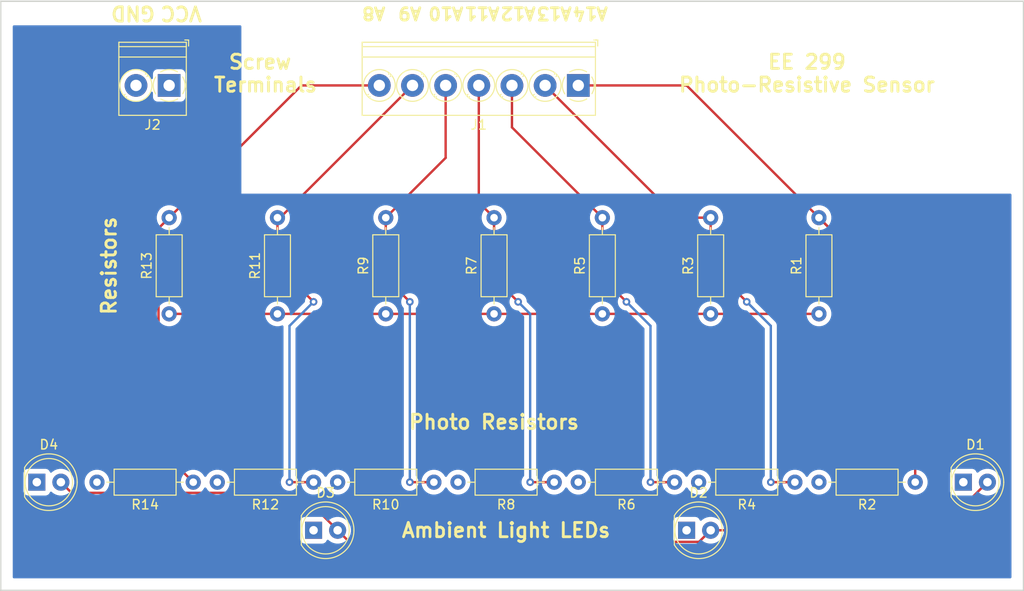
<source format=kicad_pcb>
(kicad_pcb (version 20171130) (host pcbnew 5.1.9-73d0e3b20d~88~ubuntu20.04.1)

  (general
    (thickness 1.6)
    (drawings 18)
    (tracks 68)
    (zones 0)
    (modules 20)
    (nets 12)
  )

  (page A4)
  (layers
    (0 F.Cu signal)
    (31 B.Cu signal)
    (32 B.Adhes user)
    (33 F.Adhes user)
    (34 B.Paste user)
    (35 F.Paste user)
    (36 B.SilkS user)
    (37 F.SilkS user)
    (38 B.Mask user)
    (39 F.Mask user)
    (40 Dwgs.User user)
    (41 Cmts.User user)
    (42 Eco1.User user)
    (43 Eco2.User user)
    (44 Edge.Cuts user)
    (45 Margin user)
    (46 B.CrtYd user)
    (47 F.CrtYd user)
    (48 B.Fab user)
    (49 F.Fab user)
  )

  (setup
    (last_trace_width 0.25)
    (trace_clearance 0.2)
    (zone_clearance 0.508)
    (zone_45_only no)
    (trace_min 0.2)
    (via_size 0.8)
    (via_drill 0.4)
    (via_min_size 0.4)
    (via_min_drill 0.3)
    (uvia_size 0.3)
    (uvia_drill 0.1)
    (uvias_allowed no)
    (uvia_min_size 0.2)
    (uvia_min_drill 0.1)
    (edge_width 0.05)
    (segment_width 0.2)
    (pcb_text_width 0.3)
    (pcb_text_size 1.5 1.5)
    (mod_edge_width 0.12)
    (mod_text_size 1 1)
    (mod_text_width 0.15)
    (pad_size 1.524 1.524)
    (pad_drill 0.762)
    (pad_to_mask_clearance 0)
    (aux_axis_origin 0 0)
    (visible_elements FFFFFF7F)
    (pcbplotparams
      (layerselection 0x010fc_ffffffff)
      (usegerberextensions false)
      (usegerberattributes false)
      (usegerberadvancedattributes true)
      (creategerberjobfile true)
      (excludeedgelayer true)
      (linewidth 0.100000)
      (plotframeref false)
      (viasonmask false)
      (mode 1)
      (useauxorigin false)
      (hpglpennumber 1)
      (hpglpenspeed 20)
      (hpglpendiameter 15.000000)
      (psnegative false)
      (psa4output false)
      (plotreference true)
      (plotvalue true)
      (plotinvisibletext false)
      (padsonsilk false)
      (subtractmaskfromsilk false)
      (outputformat 1)
      (mirror false)
      (drillshape 0)
      (scaleselection 1)
      (outputdirectory "Gerbers1/"))
  )

  (net 0 "")
  (net 1 GND)
  (net 2 "Net-(D1-Pad2)")
  (net 3 /A8)
  (net 4 /A9)
  (net 5 /A10)
  (net 6 /A11)
  (net 7 /A12)
  (net 8 /A13)
  (net 9 /A14)
  (net 10 "Net-(J2-Pad1)")
  (net 11 "Net-(R1-Pad1)")

  (net_class Default "This is the default net class."
    (clearance 0.2)
    (trace_width 0.25)
    (via_dia 0.8)
    (via_drill 0.4)
    (uvia_dia 0.3)
    (uvia_drill 0.1)
    (add_net /A10)
    (add_net /A11)
    (add_net /A12)
    (add_net /A13)
    (add_net /A14)
    (add_net /A8)
    (add_net /A9)
    (add_net GND)
    (add_net "Net-(D1-Pad2)")
    (add_net "Net-(J2-Pad1)")
    (add_net "Net-(R1-Pad1)")
  )

  (module LED_THT:LED_D5.0mm (layer F.Cu) (tedit 5995936A) (tstamp 625E9485)
    (at 223.52 106.68)
    (descr "LED, diameter 5.0mm, 2 pins, http://cdn-reichelt.de/documents/datenblatt/A500/LL-504BC2E-009.pdf")
    (tags "LED diameter 5.0mm 2 pins")
    (path /6261412F)
    (fp_text reference D1 (at 1.27 -3.96) (layer F.SilkS)
      (effects (font (size 1 1) (thickness 0.15)))
    )
    (fp_text value LED (at 1.27 3.96) (layer F.Fab)
      (effects (font (size 1 1) (thickness 0.15)))
    )
    (fp_line (start 4.5 -3.25) (end -1.95 -3.25) (layer F.CrtYd) (width 0.05))
    (fp_line (start 4.5 3.25) (end 4.5 -3.25) (layer F.CrtYd) (width 0.05))
    (fp_line (start -1.95 3.25) (end 4.5 3.25) (layer F.CrtYd) (width 0.05))
    (fp_line (start -1.95 -3.25) (end -1.95 3.25) (layer F.CrtYd) (width 0.05))
    (fp_line (start -1.29 -1.545) (end -1.29 1.545) (layer F.SilkS) (width 0.12))
    (fp_line (start -1.23 -1.469694) (end -1.23 1.469694) (layer F.Fab) (width 0.1))
    (fp_circle (center 1.27 0) (end 3.77 0) (layer F.SilkS) (width 0.12))
    (fp_circle (center 1.27 0) (end 3.77 0) (layer F.Fab) (width 0.1))
    (fp_arc (start 1.27 0) (end -1.23 -1.469694) (angle 299.1) (layer F.Fab) (width 0.1))
    (fp_arc (start 1.27 0) (end -1.29 -1.54483) (angle 148.9) (layer F.SilkS) (width 0.12))
    (fp_arc (start 1.27 0) (end -1.29 1.54483) (angle -148.9) (layer F.SilkS) (width 0.12))
    (fp_text user %R (at 1.25 0) (layer F.Fab)
      (effects (font (size 0.8 0.8) (thickness 0.2)))
    )
    (pad 1 thru_hole rect (at 0 0) (size 1.8 1.8) (drill 0.9) (layers *.Cu *.Mask)
      (net 1 GND))
    (pad 2 thru_hole circle (at 2.54 0) (size 1.8 1.8) (drill 0.9) (layers *.Cu *.Mask)
      (net 2 "Net-(D1-Pad2)"))
    (model ${KISYS3DMOD}/LED_THT.3dshapes/LED_D5.0mm.wrl
      (at (xyz 0 0 0))
      (scale (xyz 1 1 1))
      (rotate (xyz 0 0 0))
    )
  )

  (module LED_THT:LED_D5.0mm (layer F.Cu) (tedit 5995936A) (tstamp 625E9497)
    (at 194.31 111.76)
    (descr "LED, diameter 5.0mm, 2 pins, http://cdn-reichelt.de/documents/datenblatt/A500/LL-504BC2E-009.pdf")
    (tags "LED diameter 5.0mm 2 pins")
    (path /62614A3D)
    (fp_text reference D2 (at 1.27 -3.96) (layer F.SilkS)
      (effects (font (size 1 1) (thickness 0.15)))
    )
    (fp_text value LED (at 1.27 3.96) (layer F.Fab)
      (effects (font (size 1 1) (thickness 0.15)))
    )
    (fp_text user %R (at 1.25 0) (layer F.Fab)
      (effects (font (size 0.8 0.8) (thickness 0.2)))
    )
    (fp_arc (start 1.27 0) (end -1.29 1.54483) (angle -148.9) (layer F.SilkS) (width 0.12))
    (fp_arc (start 1.27 0) (end -1.29 -1.54483) (angle 148.9) (layer F.SilkS) (width 0.12))
    (fp_arc (start 1.27 0) (end -1.23 -1.469694) (angle 299.1) (layer F.Fab) (width 0.1))
    (fp_circle (center 1.27 0) (end 3.77 0) (layer F.Fab) (width 0.1))
    (fp_circle (center 1.27 0) (end 3.77 0) (layer F.SilkS) (width 0.12))
    (fp_line (start -1.23 -1.469694) (end -1.23 1.469694) (layer F.Fab) (width 0.1))
    (fp_line (start -1.29 -1.545) (end -1.29 1.545) (layer F.SilkS) (width 0.12))
    (fp_line (start -1.95 -3.25) (end -1.95 3.25) (layer F.CrtYd) (width 0.05))
    (fp_line (start -1.95 3.25) (end 4.5 3.25) (layer F.CrtYd) (width 0.05))
    (fp_line (start 4.5 3.25) (end 4.5 -3.25) (layer F.CrtYd) (width 0.05))
    (fp_line (start 4.5 -3.25) (end -1.95 -3.25) (layer F.CrtYd) (width 0.05))
    (pad 2 thru_hole circle (at 2.54 0) (size 1.8 1.8) (drill 0.9) (layers *.Cu *.Mask)
      (net 2 "Net-(D1-Pad2)"))
    (pad 1 thru_hole rect (at 0 0) (size 1.8 1.8) (drill 0.9) (layers *.Cu *.Mask)
      (net 1 GND))
    (model ${KISYS3DMOD}/LED_THT.3dshapes/LED_D5.0mm.wrl
      (at (xyz 0 0 0))
      (scale (xyz 1 1 1))
      (rotate (xyz 0 0 0))
    )
  )

  (module LED_THT:LED_D5.0mm (layer F.Cu) (tedit 5995936A) (tstamp 625E94A9)
    (at 154.94 111.76)
    (descr "LED, diameter 5.0mm, 2 pins, http://cdn-reichelt.de/documents/datenblatt/A500/LL-504BC2E-009.pdf")
    (tags "LED diameter 5.0mm 2 pins")
    (path /6261511C)
    (fp_text reference D3 (at 1.27 -3.96) (layer F.SilkS)
      (effects (font (size 1 1) (thickness 0.15)))
    )
    (fp_text value LED (at 1.27 3.96) (layer F.Fab)
      (effects (font (size 1 1) (thickness 0.15)))
    )
    (fp_line (start 4.5 -3.25) (end -1.95 -3.25) (layer F.CrtYd) (width 0.05))
    (fp_line (start 4.5 3.25) (end 4.5 -3.25) (layer F.CrtYd) (width 0.05))
    (fp_line (start -1.95 3.25) (end 4.5 3.25) (layer F.CrtYd) (width 0.05))
    (fp_line (start -1.95 -3.25) (end -1.95 3.25) (layer F.CrtYd) (width 0.05))
    (fp_line (start -1.29 -1.545) (end -1.29 1.545) (layer F.SilkS) (width 0.12))
    (fp_line (start -1.23 -1.469694) (end -1.23 1.469694) (layer F.Fab) (width 0.1))
    (fp_circle (center 1.27 0) (end 3.77 0) (layer F.SilkS) (width 0.12))
    (fp_circle (center 1.27 0) (end 3.77 0) (layer F.Fab) (width 0.1))
    (fp_arc (start 1.27 0) (end -1.23 -1.469694) (angle 299.1) (layer F.Fab) (width 0.1))
    (fp_arc (start 1.27 0) (end -1.29 -1.54483) (angle 148.9) (layer F.SilkS) (width 0.12))
    (fp_arc (start 1.27 0) (end -1.29 1.54483) (angle -148.9) (layer F.SilkS) (width 0.12))
    (fp_text user %R (at 1.25 0) (layer F.Fab)
      (effects (font (size 0.8 0.8) (thickness 0.2)))
    )
    (pad 1 thru_hole rect (at 0 0) (size 1.8 1.8) (drill 0.9) (layers *.Cu *.Mask)
      (net 1 GND))
    (pad 2 thru_hole circle (at 2.54 0) (size 1.8 1.8) (drill 0.9) (layers *.Cu *.Mask)
      (net 2 "Net-(D1-Pad2)"))
    (model ${KISYS3DMOD}/LED_THT.3dshapes/LED_D5.0mm.wrl
      (at (xyz 0 0 0))
      (scale (xyz 1 1 1))
      (rotate (xyz 0 0 0))
    )
  )

  (module LED_THT:LED_D5.0mm (layer F.Cu) (tedit 5995936A) (tstamp 625E94BB)
    (at 125.73 106.68)
    (descr "LED, diameter 5.0mm, 2 pins, http://cdn-reichelt.de/documents/datenblatt/A500/LL-504BC2E-009.pdf")
    (tags "LED diameter 5.0mm 2 pins")
    (path /626158BA)
    (fp_text reference D4 (at 1.27 -3.96) (layer F.SilkS)
      (effects (font (size 1 1) (thickness 0.15)))
    )
    (fp_text value LED (at 1.27 3.96) (layer F.Fab)
      (effects (font (size 1 1) (thickness 0.15)))
    )
    (fp_text user %R (at 1.25 0) (layer F.Fab)
      (effects (font (size 0.8 0.8) (thickness 0.2)))
    )
    (fp_arc (start 1.27 0) (end -1.29 1.54483) (angle -148.9) (layer F.SilkS) (width 0.12))
    (fp_arc (start 1.27 0) (end -1.29 -1.54483) (angle 148.9) (layer F.SilkS) (width 0.12))
    (fp_arc (start 1.27 0) (end -1.23 -1.469694) (angle 299.1) (layer F.Fab) (width 0.1))
    (fp_circle (center 1.27 0) (end 3.77 0) (layer F.Fab) (width 0.1))
    (fp_circle (center 1.27 0) (end 3.77 0) (layer F.SilkS) (width 0.12))
    (fp_line (start -1.23 -1.469694) (end -1.23 1.469694) (layer F.Fab) (width 0.1))
    (fp_line (start -1.29 -1.545) (end -1.29 1.545) (layer F.SilkS) (width 0.12))
    (fp_line (start -1.95 -3.25) (end -1.95 3.25) (layer F.CrtYd) (width 0.05))
    (fp_line (start -1.95 3.25) (end 4.5 3.25) (layer F.CrtYd) (width 0.05))
    (fp_line (start 4.5 3.25) (end 4.5 -3.25) (layer F.CrtYd) (width 0.05))
    (fp_line (start 4.5 -3.25) (end -1.95 -3.25) (layer F.CrtYd) (width 0.05))
    (pad 2 thru_hole circle (at 2.54 0) (size 1.8 1.8) (drill 0.9) (layers *.Cu *.Mask)
      (net 2 "Net-(D1-Pad2)"))
    (pad 1 thru_hole rect (at 0 0) (size 1.8 1.8) (drill 0.9) (layers *.Cu *.Mask)
      (net 1 GND))
    (model ${KISYS3DMOD}/LED_THT.3dshapes/LED_D5.0mm.wrl
      (at (xyz 0 0 0))
      (scale (xyz 1 1 1))
      (rotate (xyz 0 0 0))
    )
  )

  (module TerminalBlock_Phoenix:TerminalBlock_Phoenix_PT-1,5-7-3.5-H_1x07_P3.50mm_Horizontal (layer F.Cu) (tedit 5B294F42) (tstamp 625E9512)
    (at 182.88 64.77 180)
    (descr "Terminal Block Phoenix PT-1,5-7-3.5-H, 7 pins, pitch 3.5mm, size 24.5x7.6mm^2, drill diamater 1.2mm, pad diameter 2.4mm, see , script-generated using https://github.com/pointhi/kicad-footprint-generator/scripts/TerminalBlock_Phoenix")
    (tags "THT Terminal Block Phoenix PT-1,5-7-3.5-H pitch 3.5mm size 24.5x7.6mm^2 drill 1.2mm pad 2.4mm")
    (path /62629764)
    (fp_text reference J1 (at 10.5 -4.16) (layer F.SilkS)
      (effects (font (size 1 1) (thickness 0.15)))
    )
    (fp_text value Screw_Terminal_01x07 (at 10.5 5.56) (layer F.Fab)
      (effects (font (size 1 1) (thickness 0.15)))
    )
    (fp_line (start 23.25 -3.6) (end -2.25 -3.6) (layer F.CrtYd) (width 0.05))
    (fp_line (start 23.25 5) (end 23.25 -3.6) (layer F.CrtYd) (width 0.05))
    (fp_line (start -2.25 5) (end 23.25 5) (layer F.CrtYd) (width 0.05))
    (fp_line (start -2.25 -3.6) (end -2.25 5) (layer F.CrtYd) (width 0.05))
    (fp_line (start -2.05 4.8) (end -1.65 4.8) (layer F.SilkS) (width 0.12))
    (fp_line (start -2.05 4.16) (end -2.05 4.8) (layer F.SilkS) (width 0.12))
    (fp_line (start 19.855 0.941) (end 19.726 1.069) (layer F.SilkS) (width 0.12))
    (fp_line (start 22.07 -1.275) (end 21.976 -1.181) (layer F.SilkS) (width 0.12))
    (fp_line (start 20.025 1.181) (end 19.931 1.274) (layer F.SilkS) (width 0.12))
    (fp_line (start 22.275 -1.069) (end 22.146 -0.941) (layer F.SilkS) (width 0.12))
    (fp_line (start 21.955 -1.138) (end 19.863 0.955) (layer F.Fab) (width 0.1))
    (fp_line (start 22.138 -0.955) (end 20.046 1.138) (layer F.Fab) (width 0.1))
    (fp_line (start 16.355 0.941) (end 16.226 1.069) (layer F.SilkS) (width 0.12))
    (fp_line (start 18.57 -1.275) (end 18.476 -1.181) (layer F.SilkS) (width 0.12))
    (fp_line (start 16.525 1.181) (end 16.431 1.274) (layer F.SilkS) (width 0.12))
    (fp_line (start 18.775 -1.069) (end 18.646 -0.941) (layer F.SilkS) (width 0.12))
    (fp_line (start 18.455 -1.138) (end 16.363 0.955) (layer F.Fab) (width 0.1))
    (fp_line (start 18.638 -0.955) (end 16.546 1.138) (layer F.Fab) (width 0.1))
    (fp_line (start 12.855 0.941) (end 12.726 1.069) (layer F.SilkS) (width 0.12))
    (fp_line (start 15.07 -1.275) (end 14.976 -1.181) (layer F.SilkS) (width 0.12))
    (fp_line (start 13.025 1.181) (end 12.931 1.274) (layer F.SilkS) (width 0.12))
    (fp_line (start 15.275 -1.069) (end 15.146 -0.941) (layer F.SilkS) (width 0.12))
    (fp_line (start 14.955 -1.138) (end 12.863 0.955) (layer F.Fab) (width 0.1))
    (fp_line (start 15.138 -0.955) (end 13.046 1.138) (layer F.Fab) (width 0.1))
    (fp_line (start 9.355 0.941) (end 9.226 1.069) (layer F.SilkS) (width 0.12))
    (fp_line (start 11.57 -1.275) (end 11.476 -1.181) (layer F.SilkS) (width 0.12))
    (fp_line (start 9.525 1.181) (end 9.431 1.274) (layer F.SilkS) (width 0.12))
    (fp_line (start 11.775 -1.069) (end 11.646 -0.941) (layer F.SilkS) (width 0.12))
    (fp_line (start 11.455 -1.138) (end 9.363 0.955) (layer F.Fab) (width 0.1))
    (fp_line (start 11.638 -0.955) (end 9.546 1.138) (layer F.Fab) (width 0.1))
    (fp_line (start 5.855 0.941) (end 5.726 1.069) (layer F.SilkS) (width 0.12))
    (fp_line (start 8.07 -1.275) (end 7.976 -1.181) (layer F.SilkS) (width 0.12))
    (fp_line (start 6.025 1.181) (end 5.931 1.274) (layer F.SilkS) (width 0.12))
    (fp_line (start 8.275 -1.069) (end 8.146 -0.941) (layer F.SilkS) (width 0.12))
    (fp_line (start 7.955 -1.138) (end 5.863 0.955) (layer F.Fab) (width 0.1))
    (fp_line (start 8.138 -0.955) (end 6.046 1.138) (layer F.Fab) (width 0.1))
    (fp_line (start 2.355 0.941) (end 2.226 1.069) (layer F.SilkS) (width 0.12))
    (fp_line (start 4.57 -1.275) (end 4.476 -1.181) (layer F.SilkS) (width 0.12))
    (fp_line (start 2.525 1.181) (end 2.431 1.274) (layer F.SilkS) (width 0.12))
    (fp_line (start 4.775 -1.069) (end 4.646 -0.941) (layer F.SilkS) (width 0.12))
    (fp_line (start 4.455 -1.138) (end 2.363 0.955) (layer F.Fab) (width 0.1))
    (fp_line (start 4.638 -0.955) (end 2.546 1.138) (layer F.Fab) (width 0.1))
    (fp_line (start 0.955 -1.138) (end -1.138 0.955) (layer F.Fab) (width 0.1))
    (fp_line (start 1.138 -0.955) (end -0.955 1.138) (layer F.Fab) (width 0.1))
    (fp_line (start 22.81 -3.16) (end 22.81 4.56) (layer F.SilkS) (width 0.12))
    (fp_line (start -1.81 -3.16) (end -1.81 4.56) (layer F.SilkS) (width 0.12))
    (fp_line (start -1.81 4.56) (end 22.81 4.56) (layer F.SilkS) (width 0.12))
    (fp_line (start -1.81 -3.16) (end 22.81 -3.16) (layer F.SilkS) (width 0.12))
    (fp_line (start -1.81 3) (end 22.81 3) (layer F.SilkS) (width 0.12))
    (fp_line (start -1.75 3) (end 22.75 3) (layer F.Fab) (width 0.1))
    (fp_line (start -1.81 4.1) (end 22.81 4.1) (layer F.SilkS) (width 0.12))
    (fp_line (start -1.75 4.1) (end 22.75 4.1) (layer F.Fab) (width 0.1))
    (fp_line (start -1.75 4.1) (end -1.75 -3.1) (layer F.Fab) (width 0.1))
    (fp_line (start -1.35 4.5) (end -1.75 4.1) (layer F.Fab) (width 0.1))
    (fp_line (start 22.75 4.5) (end -1.35 4.5) (layer F.Fab) (width 0.1))
    (fp_line (start 22.75 -3.1) (end 22.75 4.5) (layer F.Fab) (width 0.1))
    (fp_line (start -1.75 -3.1) (end 22.75 -3.1) (layer F.Fab) (width 0.1))
    (fp_circle (center 21 0) (end 22.68 0) (layer F.SilkS) (width 0.12))
    (fp_circle (center 21 0) (end 22.5 0) (layer F.Fab) (width 0.1))
    (fp_circle (center 17.5 0) (end 19.18 0) (layer F.SilkS) (width 0.12))
    (fp_circle (center 17.5 0) (end 19 0) (layer F.Fab) (width 0.1))
    (fp_circle (center 14 0) (end 15.68 0) (layer F.SilkS) (width 0.12))
    (fp_circle (center 14 0) (end 15.5 0) (layer F.Fab) (width 0.1))
    (fp_circle (center 10.5 0) (end 12.18 0) (layer F.SilkS) (width 0.12))
    (fp_circle (center 10.5 0) (end 12 0) (layer F.Fab) (width 0.1))
    (fp_circle (center 7 0) (end 8.68 0) (layer F.SilkS) (width 0.12))
    (fp_circle (center 7 0) (end 8.5 0) (layer F.Fab) (width 0.1))
    (fp_circle (center 3.5 0) (end 5.18 0) (layer F.SilkS) (width 0.12))
    (fp_circle (center 3.5 0) (end 5 0) (layer F.Fab) (width 0.1))
    (fp_circle (center 0 0) (end 1.5 0) (layer F.Fab) (width 0.1))
    (fp_arc (start 0 0) (end 0 1.68) (angle -32) (layer F.SilkS) (width 0.12))
    (fp_arc (start 0 0) (end 1.425 0.891) (angle -64) (layer F.SilkS) (width 0.12))
    (fp_arc (start 0 0) (end 0.866 -1.44) (angle -63) (layer F.SilkS) (width 0.12))
    (fp_arc (start 0 0) (end -1.44 -0.866) (angle -63) (layer F.SilkS) (width 0.12))
    (fp_arc (start 0 0) (end -0.866 1.44) (angle -32) (layer F.SilkS) (width 0.12))
    (fp_text user %R (at 10.5 2.4) (layer F.Fab)
      (effects (font (size 1 1) (thickness 0.15)))
    )
    (pad 1 thru_hole rect (at 0 0 180) (size 2.4 2.4) (drill 1.2) (layers *.Cu *.Mask)
      (net 3 /A8))
    (pad 2 thru_hole circle (at 3.5 0 180) (size 2.4 2.4) (drill 1.2) (layers *.Cu *.Mask)
      (net 4 /A9))
    (pad 3 thru_hole circle (at 7 0 180) (size 2.4 2.4) (drill 1.2) (layers *.Cu *.Mask)
      (net 5 /A10))
    (pad 4 thru_hole circle (at 10.5 0 180) (size 2.4 2.4) (drill 1.2) (layers *.Cu *.Mask)
      (net 6 /A11))
    (pad 5 thru_hole circle (at 14 0 180) (size 2.4 2.4) (drill 1.2) (layers *.Cu *.Mask)
      (net 7 /A12))
    (pad 6 thru_hole circle (at 17.5 0 180) (size 2.4 2.4) (drill 1.2) (layers *.Cu *.Mask)
      (net 8 /A13))
    (pad 7 thru_hole circle (at 21 0 180) (size 2.4 2.4) (drill 1.2) (layers *.Cu *.Mask)
      (net 9 /A14))
    (model ${KISYS3DMOD}/TerminalBlock_Phoenix.3dshapes/TerminalBlock_Phoenix_PT-1,5-7-3.5-H_1x07_P3.50mm_Horizontal.wrl
      (at (xyz 0 0 0))
      (scale (xyz 1 1 1))
      (rotate (xyz 0 0 0))
    )
  )

  (module TerminalBlock_Phoenix:TerminalBlock_Phoenix_PT-1,5-2-3.5-H_1x02_P3.50mm_Horizontal (layer F.Cu) (tedit 5B294F3F) (tstamp 625E953C)
    (at 139.7 64.77 180)
    (descr "Terminal Block Phoenix PT-1,5-2-3.5-H, 2 pins, pitch 3.5mm, size 7x7.6mm^2, drill diamater 1.2mm, pad diameter 2.4mm, see , script-generated using https://github.com/pointhi/kicad-footprint-generator/scripts/TerminalBlock_Phoenix")
    (tags "THT Terminal Block Phoenix PT-1,5-2-3.5-H pitch 3.5mm size 7x7.6mm^2 drill 1.2mm pad 2.4mm")
    (path /62646734)
    (fp_text reference J2 (at 1.75 -4.16) (layer F.SilkS)
      (effects (font (size 1 1) (thickness 0.15)))
    )
    (fp_text value Screw_Terminal_01x02 (at 1.75 5.56) (layer F.Fab)
      (effects (font (size 1 1) (thickness 0.15)))
    )
    (fp_line (start 5.75 -3.6) (end -2.25 -3.6) (layer F.CrtYd) (width 0.05))
    (fp_line (start 5.75 5) (end 5.75 -3.6) (layer F.CrtYd) (width 0.05))
    (fp_line (start -2.25 5) (end 5.75 5) (layer F.CrtYd) (width 0.05))
    (fp_line (start -2.25 -3.6) (end -2.25 5) (layer F.CrtYd) (width 0.05))
    (fp_line (start -2.05 4.8) (end -1.65 4.8) (layer F.SilkS) (width 0.12))
    (fp_line (start -2.05 4.16) (end -2.05 4.8) (layer F.SilkS) (width 0.12))
    (fp_line (start 2.355 0.941) (end 2.226 1.069) (layer F.SilkS) (width 0.12))
    (fp_line (start 4.57 -1.275) (end 4.476 -1.181) (layer F.SilkS) (width 0.12))
    (fp_line (start 2.525 1.181) (end 2.431 1.274) (layer F.SilkS) (width 0.12))
    (fp_line (start 4.775 -1.069) (end 4.646 -0.941) (layer F.SilkS) (width 0.12))
    (fp_line (start 4.455 -1.138) (end 2.363 0.955) (layer F.Fab) (width 0.1))
    (fp_line (start 4.638 -0.955) (end 2.546 1.138) (layer F.Fab) (width 0.1))
    (fp_line (start 0.955 -1.138) (end -1.138 0.955) (layer F.Fab) (width 0.1))
    (fp_line (start 1.138 -0.955) (end -0.955 1.138) (layer F.Fab) (width 0.1))
    (fp_line (start 5.31 -3.16) (end 5.31 4.56) (layer F.SilkS) (width 0.12))
    (fp_line (start -1.81 -3.16) (end -1.81 4.56) (layer F.SilkS) (width 0.12))
    (fp_line (start -1.81 4.56) (end 5.31 4.56) (layer F.SilkS) (width 0.12))
    (fp_line (start -1.81 -3.16) (end 5.31 -3.16) (layer F.SilkS) (width 0.12))
    (fp_line (start -1.81 3) (end 5.31 3) (layer F.SilkS) (width 0.12))
    (fp_line (start -1.75 3) (end 5.25 3) (layer F.Fab) (width 0.1))
    (fp_line (start -1.81 4.1) (end 5.31 4.1) (layer F.SilkS) (width 0.12))
    (fp_line (start -1.75 4.1) (end 5.25 4.1) (layer F.Fab) (width 0.1))
    (fp_line (start -1.75 4.1) (end -1.75 -3.1) (layer F.Fab) (width 0.1))
    (fp_line (start -1.35 4.5) (end -1.75 4.1) (layer F.Fab) (width 0.1))
    (fp_line (start 5.25 4.5) (end -1.35 4.5) (layer F.Fab) (width 0.1))
    (fp_line (start 5.25 -3.1) (end 5.25 4.5) (layer F.Fab) (width 0.1))
    (fp_line (start -1.75 -3.1) (end 5.25 -3.1) (layer F.Fab) (width 0.1))
    (fp_circle (center 3.5 0) (end 5.18 0) (layer F.SilkS) (width 0.12))
    (fp_circle (center 3.5 0) (end 5 0) (layer F.Fab) (width 0.1))
    (fp_circle (center 0 0) (end 1.5 0) (layer F.Fab) (width 0.1))
    (fp_arc (start 0 0) (end 0 1.68) (angle -32) (layer F.SilkS) (width 0.12))
    (fp_arc (start 0 0) (end 1.425 0.891) (angle -64) (layer F.SilkS) (width 0.12))
    (fp_arc (start 0 0) (end 0.866 -1.44) (angle -63) (layer F.SilkS) (width 0.12))
    (fp_arc (start 0 0) (end -1.44 -0.866) (angle -63) (layer F.SilkS) (width 0.12))
    (fp_arc (start 0 0) (end -0.866 1.44) (angle -32) (layer F.SilkS) (width 0.12))
    (fp_text user %R (at 1.75 2.4) (layer F.Fab)
      (effects (font (size 1 1) (thickness 0.15)))
    )
    (pad 1 thru_hole rect (at 0 0 180) (size 2.4 2.4) (drill 1.2) (layers *.Cu *.Mask)
      (net 10 "Net-(J2-Pad1)"))
    (pad 2 thru_hole circle (at 3.5 0 180) (size 2.4 2.4) (drill 1.2) (layers *.Cu *.Mask)
      (net 1 GND))
    (model ${KISYS3DMOD}/TerminalBlock_Phoenix.3dshapes/TerminalBlock_Phoenix_PT-1,5-2-3.5-H_1x02_P3.50mm_Horizontal.wrl
      (at (xyz 0 0 0))
      (scale (xyz 1 1 1))
      (rotate (xyz 0 0 0))
    )
  )

  (module Resistor_THT:R_Axial_DIN0207_L6.3mm_D2.5mm_P10.16mm_Horizontal (layer F.Cu) (tedit 5AE5139B) (tstamp 625E9553)
    (at 208.28 88.9 90)
    (descr "Resistor, Axial_DIN0207 series, Axial, Horizontal, pin pitch=10.16mm, 0.25W = 1/4W, length*diameter=6.3*2.5mm^2, http://cdn-reichelt.de/documents/datenblatt/B400/1_4W%23YAG.pdf")
    (tags "Resistor Axial_DIN0207 series Axial Horizontal pin pitch 10.16mm 0.25W = 1/4W length 6.3mm diameter 2.5mm")
    (path /625F7C43)
    (fp_text reference R1 (at 5.08 -2.37 90) (layer F.SilkS)
      (effects (font (size 1 1) (thickness 0.15)))
    )
    (fp_text value R (at 5.08 2.37 90) (layer F.Fab)
      (effects (font (size 1 1) (thickness 0.15)))
    )
    (fp_line (start 11.21 -1.5) (end -1.05 -1.5) (layer F.CrtYd) (width 0.05))
    (fp_line (start 11.21 1.5) (end 11.21 -1.5) (layer F.CrtYd) (width 0.05))
    (fp_line (start -1.05 1.5) (end 11.21 1.5) (layer F.CrtYd) (width 0.05))
    (fp_line (start -1.05 -1.5) (end -1.05 1.5) (layer F.CrtYd) (width 0.05))
    (fp_line (start 9.12 0) (end 8.35 0) (layer F.SilkS) (width 0.12))
    (fp_line (start 1.04 0) (end 1.81 0) (layer F.SilkS) (width 0.12))
    (fp_line (start 8.35 -1.37) (end 1.81 -1.37) (layer F.SilkS) (width 0.12))
    (fp_line (start 8.35 1.37) (end 8.35 -1.37) (layer F.SilkS) (width 0.12))
    (fp_line (start 1.81 1.37) (end 8.35 1.37) (layer F.SilkS) (width 0.12))
    (fp_line (start 1.81 -1.37) (end 1.81 1.37) (layer F.SilkS) (width 0.12))
    (fp_line (start 10.16 0) (end 8.23 0) (layer F.Fab) (width 0.1))
    (fp_line (start 0 0) (end 1.93 0) (layer F.Fab) (width 0.1))
    (fp_line (start 8.23 -1.25) (end 1.93 -1.25) (layer F.Fab) (width 0.1))
    (fp_line (start 8.23 1.25) (end 8.23 -1.25) (layer F.Fab) (width 0.1))
    (fp_line (start 1.93 1.25) (end 8.23 1.25) (layer F.Fab) (width 0.1))
    (fp_line (start 1.93 -1.25) (end 1.93 1.25) (layer F.Fab) (width 0.1))
    (fp_text user %R (at 5.08 0 90) (layer F.Fab)
      (effects (font (size 1 1) (thickness 0.15)))
    )
    (pad 1 thru_hole circle (at 0 0 90) (size 1.6 1.6) (drill 0.8) (layers *.Cu *.Mask)
      (net 11 "Net-(R1-Pad1)"))
    (pad 2 thru_hole oval (at 10.16 0 90) (size 1.6 1.6) (drill 0.8) (layers *.Cu *.Mask)
      (net 3 /A8))
    (model ${KISYS3DMOD}/Resistor_THT.3dshapes/R_Axial_DIN0207_L6.3mm_D2.5mm_P10.16mm_Horizontal.wrl
      (at (xyz 0 0 0))
      (scale (xyz 1 1 1))
      (rotate (xyz 0 0 0))
    )
  )

  (module Resistor_THT:R_Axial_DIN0207_L6.3mm_D2.5mm_P10.16mm_Horizontal (layer F.Cu) (tedit 5AE5139B) (tstamp 625E956A)
    (at 218.44 106.68 180)
    (descr "Resistor, Axial_DIN0207 series, Axial, Horizontal, pin pitch=10.16mm, 0.25W = 1/4W, length*diameter=6.3*2.5mm^2, http://cdn-reichelt.de/documents/datenblatt/B400/1_4W%23YAG.pdf")
    (tags "Resistor Axial_DIN0207 series Axial Horizontal pin pitch 10.16mm 0.25W = 1/4W length 6.3mm diameter 2.5mm")
    (path /625FAEC3)
    (fp_text reference R2 (at 5.08 -2.37) (layer F.SilkS)
      (effects (font (size 1 1) (thickness 0.15)))
    )
    (fp_text value R_PHOTO (at 5.08 2.37) (layer F.Fab)
      (effects (font (size 1 1) (thickness 0.15)))
    )
    (fp_text user %R (at 5.08 0) (layer F.Fab)
      (effects (font (size 1 1) (thickness 0.15)))
    )
    (fp_line (start 1.93 -1.25) (end 1.93 1.25) (layer F.Fab) (width 0.1))
    (fp_line (start 1.93 1.25) (end 8.23 1.25) (layer F.Fab) (width 0.1))
    (fp_line (start 8.23 1.25) (end 8.23 -1.25) (layer F.Fab) (width 0.1))
    (fp_line (start 8.23 -1.25) (end 1.93 -1.25) (layer F.Fab) (width 0.1))
    (fp_line (start 0 0) (end 1.93 0) (layer F.Fab) (width 0.1))
    (fp_line (start 10.16 0) (end 8.23 0) (layer F.Fab) (width 0.1))
    (fp_line (start 1.81 -1.37) (end 1.81 1.37) (layer F.SilkS) (width 0.12))
    (fp_line (start 1.81 1.37) (end 8.35 1.37) (layer F.SilkS) (width 0.12))
    (fp_line (start 8.35 1.37) (end 8.35 -1.37) (layer F.SilkS) (width 0.12))
    (fp_line (start 8.35 -1.37) (end 1.81 -1.37) (layer F.SilkS) (width 0.12))
    (fp_line (start 1.04 0) (end 1.81 0) (layer F.SilkS) (width 0.12))
    (fp_line (start 9.12 0) (end 8.35 0) (layer F.SilkS) (width 0.12))
    (fp_line (start -1.05 -1.5) (end -1.05 1.5) (layer F.CrtYd) (width 0.05))
    (fp_line (start -1.05 1.5) (end 11.21 1.5) (layer F.CrtYd) (width 0.05))
    (fp_line (start 11.21 1.5) (end 11.21 -1.5) (layer F.CrtYd) (width 0.05))
    (fp_line (start 11.21 -1.5) (end -1.05 -1.5) (layer F.CrtYd) (width 0.05))
    (pad 2 thru_hole oval (at 10.16 0 180) (size 1.6 1.6) (drill 0.8) (layers *.Cu *.Mask)
      (net 1 GND))
    (pad 1 thru_hole circle (at 0 0 180) (size 1.6 1.6) (drill 0.8) (layers *.Cu *.Mask)
      (net 3 /A8))
    (model ${KISYS3DMOD}/Resistor_THT.3dshapes/R_Axial_DIN0207_L6.3mm_D2.5mm_P10.16mm_Horizontal.wrl
      (at (xyz 0 0 0))
      (scale (xyz 1 1 1))
      (rotate (xyz 0 0 0))
    )
  )

  (module Resistor_THT:R_Axial_DIN0207_L6.3mm_D2.5mm_P10.16mm_Horizontal (layer F.Cu) (tedit 5AE5139B) (tstamp 625E9581)
    (at 196.85 88.9 90)
    (descr "Resistor, Axial_DIN0207 series, Axial, Horizontal, pin pitch=10.16mm, 0.25W = 1/4W, length*diameter=6.3*2.5mm^2, http://cdn-reichelt.de/documents/datenblatt/B400/1_4W%23YAG.pdf")
    (tags "Resistor Axial_DIN0207 series Axial Horizontal pin pitch 10.16mm 0.25W = 1/4W length 6.3mm diameter 2.5mm")
    (path /625F8075)
    (fp_text reference R3 (at 5.08 -2.37 90) (layer F.SilkS)
      (effects (font (size 1 1) (thickness 0.15)))
    )
    (fp_text value R (at 5.08 2.37 90) (layer F.Fab)
      (effects (font (size 1 1) (thickness 0.15)))
    )
    (fp_text user %R (at 5.08 0 90) (layer F.Fab)
      (effects (font (size 1 1) (thickness 0.15)))
    )
    (fp_line (start 1.93 -1.25) (end 1.93 1.25) (layer F.Fab) (width 0.1))
    (fp_line (start 1.93 1.25) (end 8.23 1.25) (layer F.Fab) (width 0.1))
    (fp_line (start 8.23 1.25) (end 8.23 -1.25) (layer F.Fab) (width 0.1))
    (fp_line (start 8.23 -1.25) (end 1.93 -1.25) (layer F.Fab) (width 0.1))
    (fp_line (start 0 0) (end 1.93 0) (layer F.Fab) (width 0.1))
    (fp_line (start 10.16 0) (end 8.23 0) (layer F.Fab) (width 0.1))
    (fp_line (start 1.81 -1.37) (end 1.81 1.37) (layer F.SilkS) (width 0.12))
    (fp_line (start 1.81 1.37) (end 8.35 1.37) (layer F.SilkS) (width 0.12))
    (fp_line (start 8.35 1.37) (end 8.35 -1.37) (layer F.SilkS) (width 0.12))
    (fp_line (start 8.35 -1.37) (end 1.81 -1.37) (layer F.SilkS) (width 0.12))
    (fp_line (start 1.04 0) (end 1.81 0) (layer F.SilkS) (width 0.12))
    (fp_line (start 9.12 0) (end 8.35 0) (layer F.SilkS) (width 0.12))
    (fp_line (start -1.05 -1.5) (end -1.05 1.5) (layer F.CrtYd) (width 0.05))
    (fp_line (start -1.05 1.5) (end 11.21 1.5) (layer F.CrtYd) (width 0.05))
    (fp_line (start 11.21 1.5) (end 11.21 -1.5) (layer F.CrtYd) (width 0.05))
    (fp_line (start 11.21 -1.5) (end -1.05 -1.5) (layer F.CrtYd) (width 0.05))
    (pad 2 thru_hole oval (at 10.16 0 90) (size 1.6 1.6) (drill 0.8) (layers *.Cu *.Mask)
      (net 4 /A9))
    (pad 1 thru_hole circle (at 0 0 90) (size 1.6 1.6) (drill 0.8) (layers *.Cu *.Mask)
      (net 11 "Net-(R1-Pad1)"))
    (model ${KISYS3DMOD}/Resistor_THT.3dshapes/R_Axial_DIN0207_L6.3mm_D2.5mm_P10.16mm_Horizontal.wrl
      (at (xyz 0 0 0))
      (scale (xyz 1 1 1))
      (rotate (xyz 0 0 0))
    )
  )

  (module Resistor_THT:R_Axial_DIN0207_L6.3mm_D2.5mm_P10.16mm_Horizontal (layer F.Cu) (tedit 5AE5139B) (tstamp 625EA8C5)
    (at 205.74 106.68 180)
    (descr "Resistor, Axial_DIN0207 series, Axial, Horizontal, pin pitch=10.16mm, 0.25W = 1/4W, length*diameter=6.3*2.5mm^2, http://cdn-reichelt.de/documents/datenblatt/B400/1_4W%23YAG.pdf")
    (tags "Resistor Axial_DIN0207 series Axial Horizontal pin pitch 10.16mm 0.25W = 1/4W length 6.3mm diameter 2.5mm")
    (path /625FB4B6)
    (fp_text reference R4 (at 5.08 -2.37) (layer F.SilkS)
      (effects (font (size 1 1) (thickness 0.15)))
    )
    (fp_text value R_PHOTO (at 5.08 2.37) (layer F.Fab)
      (effects (font (size 1 1) (thickness 0.15)))
    )
    (fp_line (start 11.21 -1.5) (end -1.05 -1.5) (layer F.CrtYd) (width 0.05))
    (fp_line (start 11.21 1.5) (end 11.21 -1.5) (layer F.CrtYd) (width 0.05))
    (fp_line (start -1.05 1.5) (end 11.21 1.5) (layer F.CrtYd) (width 0.05))
    (fp_line (start -1.05 -1.5) (end -1.05 1.5) (layer F.CrtYd) (width 0.05))
    (fp_line (start 9.12 0) (end 8.35 0) (layer F.SilkS) (width 0.12))
    (fp_line (start 1.04 0) (end 1.81 0) (layer F.SilkS) (width 0.12))
    (fp_line (start 8.35 -1.37) (end 1.81 -1.37) (layer F.SilkS) (width 0.12))
    (fp_line (start 8.35 1.37) (end 8.35 -1.37) (layer F.SilkS) (width 0.12))
    (fp_line (start 1.81 1.37) (end 8.35 1.37) (layer F.SilkS) (width 0.12))
    (fp_line (start 1.81 -1.37) (end 1.81 1.37) (layer F.SilkS) (width 0.12))
    (fp_line (start 10.16 0) (end 8.23 0) (layer F.Fab) (width 0.1))
    (fp_line (start 0 0) (end 1.93 0) (layer F.Fab) (width 0.1))
    (fp_line (start 8.23 -1.25) (end 1.93 -1.25) (layer F.Fab) (width 0.1))
    (fp_line (start 8.23 1.25) (end 8.23 -1.25) (layer F.Fab) (width 0.1))
    (fp_line (start 1.93 1.25) (end 8.23 1.25) (layer F.Fab) (width 0.1))
    (fp_line (start 1.93 -1.25) (end 1.93 1.25) (layer F.Fab) (width 0.1))
    (fp_text user %R (at 5.08 0) (layer F.Fab)
      (effects (font (size 1 1) (thickness 0.15)))
    )
    (pad 1 thru_hole circle (at 0 0 180) (size 1.6 1.6) (drill 0.8) (layers *.Cu *.Mask)
      (net 4 /A9))
    (pad 2 thru_hole oval (at 10.16 0 180) (size 1.6 1.6) (drill 0.8) (layers *.Cu *.Mask)
      (net 1 GND))
    (model ${KISYS3DMOD}/Resistor_THT.3dshapes/R_Axial_DIN0207_L6.3mm_D2.5mm_P10.16mm_Horizontal.wrl
      (at (xyz 0 0 0))
      (scale (xyz 1 1 1))
      (rotate (xyz 0 0 0))
    )
  )

  (module Resistor_THT:R_Axial_DIN0207_L6.3mm_D2.5mm_P10.16mm_Horizontal (layer F.Cu) (tedit 5AE5139B) (tstamp 625EA180)
    (at 185.42 88.9 90)
    (descr "Resistor, Axial_DIN0207 series, Axial, Horizontal, pin pitch=10.16mm, 0.25W = 1/4W, length*diameter=6.3*2.5mm^2, http://cdn-reichelt.de/documents/datenblatt/B400/1_4W%23YAG.pdf")
    (tags "Resistor Axial_DIN0207 series Axial Horizontal pin pitch 10.16mm 0.25W = 1/4W length 6.3mm diameter 2.5mm")
    (path /625F82D3)
    (fp_text reference R5 (at 5.08 -2.37 90) (layer F.SilkS)
      (effects (font (size 1 1) (thickness 0.15)))
    )
    (fp_text value R (at 5.08 2.37 90) (layer F.Fab)
      (effects (font (size 1 1) (thickness 0.15)))
    )
    (fp_line (start 11.21 -1.5) (end -1.05 -1.5) (layer F.CrtYd) (width 0.05))
    (fp_line (start 11.21 1.5) (end 11.21 -1.5) (layer F.CrtYd) (width 0.05))
    (fp_line (start -1.05 1.5) (end 11.21 1.5) (layer F.CrtYd) (width 0.05))
    (fp_line (start -1.05 -1.5) (end -1.05 1.5) (layer F.CrtYd) (width 0.05))
    (fp_line (start 9.12 0) (end 8.35 0) (layer F.SilkS) (width 0.12))
    (fp_line (start 1.04 0) (end 1.81 0) (layer F.SilkS) (width 0.12))
    (fp_line (start 8.35 -1.37) (end 1.81 -1.37) (layer F.SilkS) (width 0.12))
    (fp_line (start 8.35 1.37) (end 8.35 -1.37) (layer F.SilkS) (width 0.12))
    (fp_line (start 1.81 1.37) (end 8.35 1.37) (layer F.SilkS) (width 0.12))
    (fp_line (start 1.81 -1.37) (end 1.81 1.37) (layer F.SilkS) (width 0.12))
    (fp_line (start 10.16 0) (end 8.23 0) (layer F.Fab) (width 0.1))
    (fp_line (start 0 0) (end 1.93 0) (layer F.Fab) (width 0.1))
    (fp_line (start 8.23 -1.25) (end 1.93 -1.25) (layer F.Fab) (width 0.1))
    (fp_line (start 8.23 1.25) (end 8.23 -1.25) (layer F.Fab) (width 0.1))
    (fp_line (start 1.93 1.25) (end 8.23 1.25) (layer F.Fab) (width 0.1))
    (fp_line (start 1.93 -1.25) (end 1.93 1.25) (layer F.Fab) (width 0.1))
    (fp_text user %R (at 5.08 0 90) (layer F.Fab)
      (effects (font (size 1 1) (thickness 0.15)))
    )
    (pad 1 thru_hole circle (at 0 0 90) (size 1.6 1.6) (drill 0.8) (layers *.Cu *.Mask)
      (net 11 "Net-(R1-Pad1)"))
    (pad 2 thru_hole oval (at 10.16 0 90) (size 1.6 1.6) (drill 0.8) (layers *.Cu *.Mask)
      (net 5 /A10))
    (model ${KISYS3DMOD}/Resistor_THT.3dshapes/R_Axial_DIN0207_L6.3mm_D2.5mm_P10.16mm_Horizontal.wrl
      (at (xyz 0 0 0))
      (scale (xyz 1 1 1))
      (rotate (xyz 0 0 0))
    )
  )

  (module Resistor_THT:R_Axial_DIN0207_L6.3mm_D2.5mm_P10.16mm_Horizontal (layer F.Cu) (tedit 5AE5139B) (tstamp 625E95C6)
    (at 193.04 106.68 180)
    (descr "Resistor, Axial_DIN0207 series, Axial, Horizontal, pin pitch=10.16mm, 0.25W = 1/4W, length*diameter=6.3*2.5mm^2, http://cdn-reichelt.de/documents/datenblatt/B400/1_4W%23YAG.pdf")
    (tags "Resistor Axial_DIN0207 series Axial Horizontal pin pitch 10.16mm 0.25W = 1/4W length 6.3mm diameter 2.5mm")
    (path /625FB895)
    (fp_text reference R6 (at 5.08 -2.37) (layer F.SilkS)
      (effects (font (size 1 1) (thickness 0.15)))
    )
    (fp_text value R_PHOTO (at 5.08 2.37) (layer F.Fab)
      (effects (font (size 1 1) (thickness 0.15)))
    )
    (fp_text user %R (at 5.08 0) (layer F.Fab)
      (effects (font (size 1 1) (thickness 0.15)))
    )
    (fp_line (start 1.93 -1.25) (end 1.93 1.25) (layer F.Fab) (width 0.1))
    (fp_line (start 1.93 1.25) (end 8.23 1.25) (layer F.Fab) (width 0.1))
    (fp_line (start 8.23 1.25) (end 8.23 -1.25) (layer F.Fab) (width 0.1))
    (fp_line (start 8.23 -1.25) (end 1.93 -1.25) (layer F.Fab) (width 0.1))
    (fp_line (start 0 0) (end 1.93 0) (layer F.Fab) (width 0.1))
    (fp_line (start 10.16 0) (end 8.23 0) (layer F.Fab) (width 0.1))
    (fp_line (start 1.81 -1.37) (end 1.81 1.37) (layer F.SilkS) (width 0.12))
    (fp_line (start 1.81 1.37) (end 8.35 1.37) (layer F.SilkS) (width 0.12))
    (fp_line (start 8.35 1.37) (end 8.35 -1.37) (layer F.SilkS) (width 0.12))
    (fp_line (start 8.35 -1.37) (end 1.81 -1.37) (layer F.SilkS) (width 0.12))
    (fp_line (start 1.04 0) (end 1.81 0) (layer F.SilkS) (width 0.12))
    (fp_line (start 9.12 0) (end 8.35 0) (layer F.SilkS) (width 0.12))
    (fp_line (start -1.05 -1.5) (end -1.05 1.5) (layer F.CrtYd) (width 0.05))
    (fp_line (start -1.05 1.5) (end 11.21 1.5) (layer F.CrtYd) (width 0.05))
    (fp_line (start 11.21 1.5) (end 11.21 -1.5) (layer F.CrtYd) (width 0.05))
    (fp_line (start 11.21 -1.5) (end -1.05 -1.5) (layer F.CrtYd) (width 0.05))
    (pad 2 thru_hole oval (at 10.16 0 180) (size 1.6 1.6) (drill 0.8) (layers *.Cu *.Mask)
      (net 1 GND))
    (pad 1 thru_hole circle (at 0 0 180) (size 1.6 1.6) (drill 0.8) (layers *.Cu *.Mask)
      (net 5 /A10))
    (model ${KISYS3DMOD}/Resistor_THT.3dshapes/R_Axial_DIN0207_L6.3mm_D2.5mm_P10.16mm_Horizontal.wrl
      (at (xyz 0 0 0))
      (scale (xyz 1 1 1))
      (rotate (xyz 0 0 0))
    )
  )

  (module Resistor_THT:R_Axial_DIN0207_L6.3mm_D2.5mm_P10.16mm_Horizontal (layer F.Cu) (tedit 5AE5139B) (tstamp 625E95DD)
    (at 173.99 88.9 90)
    (descr "Resistor, Axial_DIN0207 series, Axial, Horizontal, pin pitch=10.16mm, 0.25W = 1/4W, length*diameter=6.3*2.5mm^2, http://cdn-reichelt.de/documents/datenblatt/B400/1_4W%23YAG.pdf")
    (tags "Resistor Axial_DIN0207 series Axial Horizontal pin pitch 10.16mm 0.25W = 1/4W length 6.3mm diameter 2.5mm")
    (path /625F85DB)
    (fp_text reference R7 (at 5.08 -2.37 90) (layer F.SilkS)
      (effects (font (size 1 1) (thickness 0.15)))
    )
    (fp_text value R (at 5.08 2.37 90) (layer F.Fab)
      (effects (font (size 1 1) (thickness 0.15)))
    )
    (fp_text user %R (at 5.08 0 90) (layer F.Fab)
      (effects (font (size 1 1) (thickness 0.15)))
    )
    (fp_line (start 1.93 -1.25) (end 1.93 1.25) (layer F.Fab) (width 0.1))
    (fp_line (start 1.93 1.25) (end 8.23 1.25) (layer F.Fab) (width 0.1))
    (fp_line (start 8.23 1.25) (end 8.23 -1.25) (layer F.Fab) (width 0.1))
    (fp_line (start 8.23 -1.25) (end 1.93 -1.25) (layer F.Fab) (width 0.1))
    (fp_line (start 0 0) (end 1.93 0) (layer F.Fab) (width 0.1))
    (fp_line (start 10.16 0) (end 8.23 0) (layer F.Fab) (width 0.1))
    (fp_line (start 1.81 -1.37) (end 1.81 1.37) (layer F.SilkS) (width 0.12))
    (fp_line (start 1.81 1.37) (end 8.35 1.37) (layer F.SilkS) (width 0.12))
    (fp_line (start 8.35 1.37) (end 8.35 -1.37) (layer F.SilkS) (width 0.12))
    (fp_line (start 8.35 -1.37) (end 1.81 -1.37) (layer F.SilkS) (width 0.12))
    (fp_line (start 1.04 0) (end 1.81 0) (layer F.SilkS) (width 0.12))
    (fp_line (start 9.12 0) (end 8.35 0) (layer F.SilkS) (width 0.12))
    (fp_line (start -1.05 -1.5) (end -1.05 1.5) (layer F.CrtYd) (width 0.05))
    (fp_line (start -1.05 1.5) (end 11.21 1.5) (layer F.CrtYd) (width 0.05))
    (fp_line (start 11.21 1.5) (end 11.21 -1.5) (layer F.CrtYd) (width 0.05))
    (fp_line (start 11.21 -1.5) (end -1.05 -1.5) (layer F.CrtYd) (width 0.05))
    (pad 2 thru_hole oval (at 10.16 0 90) (size 1.6 1.6) (drill 0.8) (layers *.Cu *.Mask)
      (net 6 /A11))
    (pad 1 thru_hole circle (at 0 0 90) (size 1.6 1.6) (drill 0.8) (layers *.Cu *.Mask)
      (net 11 "Net-(R1-Pad1)"))
    (model ${KISYS3DMOD}/Resistor_THT.3dshapes/R_Axial_DIN0207_L6.3mm_D2.5mm_P10.16mm_Horizontal.wrl
      (at (xyz 0 0 0))
      (scale (xyz 1 1 1))
      (rotate (xyz 0 0 0))
    )
  )

  (module Resistor_THT:R_Axial_DIN0207_L6.3mm_D2.5mm_P10.16mm_Horizontal (layer F.Cu) (tedit 5AE5139B) (tstamp 625EA78C)
    (at 180.34 106.68 180)
    (descr "Resistor, Axial_DIN0207 series, Axial, Horizontal, pin pitch=10.16mm, 0.25W = 1/4W, length*diameter=6.3*2.5mm^2, http://cdn-reichelt.de/documents/datenblatt/B400/1_4W%23YAG.pdf")
    (tags "Resistor Axial_DIN0207 series Axial Horizontal pin pitch 10.16mm 0.25W = 1/4W length 6.3mm diameter 2.5mm")
    (path /625FBE14)
    (fp_text reference R8 (at 5.08 -2.37) (layer F.SilkS)
      (effects (font (size 1 1) (thickness 0.15)))
    )
    (fp_text value R_PHOTO (at 5.08 2.37) (layer F.Fab)
      (effects (font (size 1 1) (thickness 0.15)))
    )
    (fp_line (start 11.21 -1.5) (end -1.05 -1.5) (layer F.CrtYd) (width 0.05))
    (fp_line (start 11.21 1.5) (end 11.21 -1.5) (layer F.CrtYd) (width 0.05))
    (fp_line (start -1.05 1.5) (end 11.21 1.5) (layer F.CrtYd) (width 0.05))
    (fp_line (start -1.05 -1.5) (end -1.05 1.5) (layer F.CrtYd) (width 0.05))
    (fp_line (start 9.12 0) (end 8.35 0) (layer F.SilkS) (width 0.12))
    (fp_line (start 1.04 0) (end 1.81 0) (layer F.SilkS) (width 0.12))
    (fp_line (start 8.35 -1.37) (end 1.81 -1.37) (layer F.SilkS) (width 0.12))
    (fp_line (start 8.35 1.37) (end 8.35 -1.37) (layer F.SilkS) (width 0.12))
    (fp_line (start 1.81 1.37) (end 8.35 1.37) (layer F.SilkS) (width 0.12))
    (fp_line (start 1.81 -1.37) (end 1.81 1.37) (layer F.SilkS) (width 0.12))
    (fp_line (start 10.16 0) (end 8.23 0) (layer F.Fab) (width 0.1))
    (fp_line (start 0 0) (end 1.93 0) (layer F.Fab) (width 0.1))
    (fp_line (start 8.23 -1.25) (end 1.93 -1.25) (layer F.Fab) (width 0.1))
    (fp_line (start 8.23 1.25) (end 8.23 -1.25) (layer F.Fab) (width 0.1))
    (fp_line (start 1.93 1.25) (end 8.23 1.25) (layer F.Fab) (width 0.1))
    (fp_line (start 1.93 -1.25) (end 1.93 1.25) (layer F.Fab) (width 0.1))
    (fp_text user %R (at 5.08 0) (layer F.Fab)
      (effects (font (size 1 1) (thickness 0.15)))
    )
    (pad 1 thru_hole circle (at 0 0 180) (size 1.6 1.6) (drill 0.8) (layers *.Cu *.Mask)
      (net 6 /A11))
    (pad 2 thru_hole oval (at 10.16 0 180) (size 1.6 1.6) (drill 0.8) (layers *.Cu *.Mask)
      (net 1 GND))
    (model ${KISYS3DMOD}/Resistor_THT.3dshapes/R_Axial_DIN0207_L6.3mm_D2.5mm_P10.16mm_Horizontal.wrl
      (at (xyz 0 0 0))
      (scale (xyz 1 1 1))
      (rotate (xyz 0 0 0))
    )
  )

  (module Resistor_THT:R_Axial_DIN0207_L6.3mm_D2.5mm_P10.16mm_Horizontal (layer F.Cu) (tedit 5AE5139B) (tstamp 625E960B)
    (at 162.56 88.9 90)
    (descr "Resistor, Axial_DIN0207 series, Axial, Horizontal, pin pitch=10.16mm, 0.25W = 1/4W, length*diameter=6.3*2.5mm^2, http://cdn-reichelt.de/documents/datenblatt/B400/1_4W%23YAG.pdf")
    (tags "Resistor Axial_DIN0207 series Axial Horizontal pin pitch 10.16mm 0.25W = 1/4W length 6.3mm diameter 2.5mm")
    (path /625F88D0)
    (fp_text reference R9 (at 5.08 -2.37 90) (layer F.SilkS)
      (effects (font (size 1 1) (thickness 0.15)))
    )
    (fp_text value R (at 5.08 2.37 90) (layer F.Fab)
      (effects (font (size 1 1) (thickness 0.15)))
    )
    (fp_line (start 11.21 -1.5) (end -1.05 -1.5) (layer F.CrtYd) (width 0.05))
    (fp_line (start 11.21 1.5) (end 11.21 -1.5) (layer F.CrtYd) (width 0.05))
    (fp_line (start -1.05 1.5) (end 11.21 1.5) (layer F.CrtYd) (width 0.05))
    (fp_line (start -1.05 -1.5) (end -1.05 1.5) (layer F.CrtYd) (width 0.05))
    (fp_line (start 9.12 0) (end 8.35 0) (layer F.SilkS) (width 0.12))
    (fp_line (start 1.04 0) (end 1.81 0) (layer F.SilkS) (width 0.12))
    (fp_line (start 8.35 -1.37) (end 1.81 -1.37) (layer F.SilkS) (width 0.12))
    (fp_line (start 8.35 1.37) (end 8.35 -1.37) (layer F.SilkS) (width 0.12))
    (fp_line (start 1.81 1.37) (end 8.35 1.37) (layer F.SilkS) (width 0.12))
    (fp_line (start 1.81 -1.37) (end 1.81 1.37) (layer F.SilkS) (width 0.12))
    (fp_line (start 10.16 0) (end 8.23 0) (layer F.Fab) (width 0.1))
    (fp_line (start 0 0) (end 1.93 0) (layer F.Fab) (width 0.1))
    (fp_line (start 8.23 -1.25) (end 1.93 -1.25) (layer F.Fab) (width 0.1))
    (fp_line (start 8.23 1.25) (end 8.23 -1.25) (layer F.Fab) (width 0.1))
    (fp_line (start 1.93 1.25) (end 8.23 1.25) (layer F.Fab) (width 0.1))
    (fp_line (start 1.93 -1.25) (end 1.93 1.25) (layer F.Fab) (width 0.1))
    (fp_text user %R (at 5.08 0 90) (layer F.Fab)
      (effects (font (size 1 1) (thickness 0.15)))
    )
    (pad 1 thru_hole circle (at 0 0 90) (size 1.6 1.6) (drill 0.8) (layers *.Cu *.Mask)
      (net 11 "Net-(R1-Pad1)"))
    (pad 2 thru_hole oval (at 10.16 0 90) (size 1.6 1.6) (drill 0.8) (layers *.Cu *.Mask)
      (net 7 /A12))
    (model ${KISYS3DMOD}/Resistor_THT.3dshapes/R_Axial_DIN0207_L6.3mm_D2.5mm_P10.16mm_Horizontal.wrl
      (at (xyz 0 0 0))
      (scale (xyz 1 1 1))
      (rotate (xyz 0 0 0))
    )
  )

  (module Resistor_THT:R_Axial_DIN0207_L6.3mm_D2.5mm_P10.16mm_Horizontal (layer F.Cu) (tedit 5AE5139B) (tstamp 625E9622)
    (at 167.64 106.68 180)
    (descr "Resistor, Axial_DIN0207 series, Axial, Horizontal, pin pitch=10.16mm, 0.25W = 1/4W, length*diameter=6.3*2.5mm^2, http://cdn-reichelt.de/documents/datenblatt/B400/1_4W%23YAG.pdf")
    (tags "Resistor Axial_DIN0207 series Axial Horizontal pin pitch 10.16mm 0.25W = 1/4W length 6.3mm diameter 2.5mm")
    (path /625FC3B3)
    (fp_text reference R10 (at 5.08 -2.37) (layer F.SilkS)
      (effects (font (size 1 1) (thickness 0.15)))
    )
    (fp_text value R_PHOTO (at 5.08 2.37) (layer F.Fab)
      (effects (font (size 1 1) (thickness 0.15)))
    )
    (fp_text user %R (at 5.08 0) (layer F.Fab)
      (effects (font (size 1 1) (thickness 0.15)))
    )
    (fp_line (start 1.93 -1.25) (end 1.93 1.25) (layer F.Fab) (width 0.1))
    (fp_line (start 1.93 1.25) (end 8.23 1.25) (layer F.Fab) (width 0.1))
    (fp_line (start 8.23 1.25) (end 8.23 -1.25) (layer F.Fab) (width 0.1))
    (fp_line (start 8.23 -1.25) (end 1.93 -1.25) (layer F.Fab) (width 0.1))
    (fp_line (start 0 0) (end 1.93 0) (layer F.Fab) (width 0.1))
    (fp_line (start 10.16 0) (end 8.23 0) (layer F.Fab) (width 0.1))
    (fp_line (start 1.81 -1.37) (end 1.81 1.37) (layer F.SilkS) (width 0.12))
    (fp_line (start 1.81 1.37) (end 8.35 1.37) (layer F.SilkS) (width 0.12))
    (fp_line (start 8.35 1.37) (end 8.35 -1.37) (layer F.SilkS) (width 0.12))
    (fp_line (start 8.35 -1.37) (end 1.81 -1.37) (layer F.SilkS) (width 0.12))
    (fp_line (start 1.04 0) (end 1.81 0) (layer F.SilkS) (width 0.12))
    (fp_line (start 9.12 0) (end 8.35 0) (layer F.SilkS) (width 0.12))
    (fp_line (start -1.05 -1.5) (end -1.05 1.5) (layer F.CrtYd) (width 0.05))
    (fp_line (start -1.05 1.5) (end 11.21 1.5) (layer F.CrtYd) (width 0.05))
    (fp_line (start 11.21 1.5) (end 11.21 -1.5) (layer F.CrtYd) (width 0.05))
    (fp_line (start 11.21 -1.5) (end -1.05 -1.5) (layer F.CrtYd) (width 0.05))
    (pad 2 thru_hole oval (at 10.16 0 180) (size 1.6 1.6) (drill 0.8) (layers *.Cu *.Mask)
      (net 1 GND))
    (pad 1 thru_hole circle (at 0 0 180) (size 1.6 1.6) (drill 0.8) (layers *.Cu *.Mask)
      (net 7 /A12))
    (model ${KISYS3DMOD}/Resistor_THT.3dshapes/R_Axial_DIN0207_L6.3mm_D2.5mm_P10.16mm_Horizontal.wrl
      (at (xyz 0 0 0))
      (scale (xyz 1 1 1))
      (rotate (xyz 0 0 0))
    )
  )

  (module Resistor_THT:R_Axial_DIN0207_L6.3mm_D2.5mm_P10.16mm_Horizontal (layer F.Cu) (tedit 5AE5139B) (tstamp 625E9639)
    (at 151.13 88.9 90)
    (descr "Resistor, Axial_DIN0207 series, Axial, Horizontal, pin pitch=10.16mm, 0.25W = 1/4W, length*diameter=6.3*2.5mm^2, http://cdn-reichelt.de/documents/datenblatt/B400/1_4W%23YAG.pdf")
    (tags "Resistor Axial_DIN0207 series Axial Horizontal pin pitch 10.16mm 0.25W = 1/4W length 6.3mm diameter 2.5mm")
    (path /625F8BFE)
    (fp_text reference R11 (at 5.08 -2.37 90) (layer F.SilkS)
      (effects (font (size 1 1) (thickness 0.15)))
    )
    (fp_text value R (at 5.08 2.37 90) (layer F.Fab)
      (effects (font (size 1 1) (thickness 0.15)))
    )
    (fp_text user %R (at 5.08 0 90) (layer F.Fab)
      (effects (font (size 1 1) (thickness 0.15)))
    )
    (fp_line (start 1.93 -1.25) (end 1.93 1.25) (layer F.Fab) (width 0.1))
    (fp_line (start 1.93 1.25) (end 8.23 1.25) (layer F.Fab) (width 0.1))
    (fp_line (start 8.23 1.25) (end 8.23 -1.25) (layer F.Fab) (width 0.1))
    (fp_line (start 8.23 -1.25) (end 1.93 -1.25) (layer F.Fab) (width 0.1))
    (fp_line (start 0 0) (end 1.93 0) (layer F.Fab) (width 0.1))
    (fp_line (start 10.16 0) (end 8.23 0) (layer F.Fab) (width 0.1))
    (fp_line (start 1.81 -1.37) (end 1.81 1.37) (layer F.SilkS) (width 0.12))
    (fp_line (start 1.81 1.37) (end 8.35 1.37) (layer F.SilkS) (width 0.12))
    (fp_line (start 8.35 1.37) (end 8.35 -1.37) (layer F.SilkS) (width 0.12))
    (fp_line (start 8.35 -1.37) (end 1.81 -1.37) (layer F.SilkS) (width 0.12))
    (fp_line (start 1.04 0) (end 1.81 0) (layer F.SilkS) (width 0.12))
    (fp_line (start 9.12 0) (end 8.35 0) (layer F.SilkS) (width 0.12))
    (fp_line (start -1.05 -1.5) (end -1.05 1.5) (layer F.CrtYd) (width 0.05))
    (fp_line (start -1.05 1.5) (end 11.21 1.5) (layer F.CrtYd) (width 0.05))
    (fp_line (start 11.21 1.5) (end 11.21 -1.5) (layer F.CrtYd) (width 0.05))
    (fp_line (start 11.21 -1.5) (end -1.05 -1.5) (layer F.CrtYd) (width 0.05))
    (pad 2 thru_hole oval (at 10.16 0 90) (size 1.6 1.6) (drill 0.8) (layers *.Cu *.Mask)
      (net 8 /A13))
    (pad 1 thru_hole circle (at 0 0 90) (size 1.6 1.6) (drill 0.8) (layers *.Cu *.Mask)
      (net 11 "Net-(R1-Pad1)"))
    (model ${KISYS3DMOD}/Resistor_THT.3dshapes/R_Axial_DIN0207_L6.3mm_D2.5mm_P10.16mm_Horizontal.wrl
      (at (xyz 0 0 0))
      (scale (xyz 1 1 1))
      (rotate (xyz 0 0 0))
    )
  )

  (module Resistor_THT:R_Axial_DIN0207_L6.3mm_D2.5mm_P10.16mm_Horizontal (layer F.Cu) (tedit 5AE5139B) (tstamp 625E9650)
    (at 154.94 106.68 180)
    (descr "Resistor, Axial_DIN0207 series, Axial, Horizontal, pin pitch=10.16mm, 0.25W = 1/4W, length*diameter=6.3*2.5mm^2, http://cdn-reichelt.de/documents/datenblatt/B400/1_4W%23YAG.pdf")
    (tags "Resistor Axial_DIN0207 series Axial Horizontal pin pitch 10.16mm 0.25W = 1/4W length 6.3mm diameter 2.5mm")
    (path /625FC934)
    (fp_text reference R12 (at 5.08 -2.37) (layer F.SilkS)
      (effects (font (size 1 1) (thickness 0.15)))
    )
    (fp_text value R_PHOTO (at 5.08 2.37) (layer F.Fab)
      (effects (font (size 1 1) (thickness 0.15)))
    )
    (fp_line (start 11.21 -1.5) (end -1.05 -1.5) (layer F.CrtYd) (width 0.05))
    (fp_line (start 11.21 1.5) (end 11.21 -1.5) (layer F.CrtYd) (width 0.05))
    (fp_line (start -1.05 1.5) (end 11.21 1.5) (layer F.CrtYd) (width 0.05))
    (fp_line (start -1.05 -1.5) (end -1.05 1.5) (layer F.CrtYd) (width 0.05))
    (fp_line (start 9.12 0) (end 8.35 0) (layer F.SilkS) (width 0.12))
    (fp_line (start 1.04 0) (end 1.81 0) (layer F.SilkS) (width 0.12))
    (fp_line (start 8.35 -1.37) (end 1.81 -1.37) (layer F.SilkS) (width 0.12))
    (fp_line (start 8.35 1.37) (end 8.35 -1.37) (layer F.SilkS) (width 0.12))
    (fp_line (start 1.81 1.37) (end 8.35 1.37) (layer F.SilkS) (width 0.12))
    (fp_line (start 1.81 -1.37) (end 1.81 1.37) (layer F.SilkS) (width 0.12))
    (fp_line (start 10.16 0) (end 8.23 0) (layer F.Fab) (width 0.1))
    (fp_line (start 0 0) (end 1.93 0) (layer F.Fab) (width 0.1))
    (fp_line (start 8.23 -1.25) (end 1.93 -1.25) (layer F.Fab) (width 0.1))
    (fp_line (start 8.23 1.25) (end 8.23 -1.25) (layer F.Fab) (width 0.1))
    (fp_line (start 1.93 1.25) (end 8.23 1.25) (layer F.Fab) (width 0.1))
    (fp_line (start 1.93 -1.25) (end 1.93 1.25) (layer F.Fab) (width 0.1))
    (fp_text user %R (at 5.08 0) (layer F.Fab)
      (effects (font (size 1 1) (thickness 0.15)))
    )
    (pad 1 thru_hole circle (at 0 0 180) (size 1.6 1.6) (drill 0.8) (layers *.Cu *.Mask)
      (net 8 /A13))
    (pad 2 thru_hole oval (at 10.16 0 180) (size 1.6 1.6) (drill 0.8) (layers *.Cu *.Mask)
      (net 1 GND))
    (model ${KISYS3DMOD}/Resistor_THT.3dshapes/R_Axial_DIN0207_L6.3mm_D2.5mm_P10.16mm_Horizontal.wrl
      (at (xyz 0 0 0))
      (scale (xyz 1 1 1))
      (rotate (xyz 0 0 0))
    )
  )

  (module Resistor_THT:R_Axial_DIN0207_L6.3mm_D2.5mm_P10.16mm_Horizontal (layer F.Cu) (tedit 5AE5139B) (tstamp 625E9667)
    (at 139.7 88.9 90)
    (descr "Resistor, Axial_DIN0207 series, Axial, Horizontal, pin pitch=10.16mm, 0.25W = 1/4W, length*diameter=6.3*2.5mm^2, http://cdn-reichelt.de/documents/datenblatt/B400/1_4W%23YAG.pdf")
    (tags "Resistor Axial_DIN0207 series Axial Horizontal pin pitch 10.16mm 0.25W = 1/4W length 6.3mm diameter 2.5mm")
    (path /625F8F14)
    (fp_text reference R13 (at 5.08 -2.37 90) (layer F.SilkS)
      (effects (font (size 1 1) (thickness 0.15)))
    )
    (fp_text value R (at 5.08 2.37 90) (layer F.Fab)
      (effects (font (size 1 1) (thickness 0.15)))
    )
    (fp_line (start 11.21 -1.5) (end -1.05 -1.5) (layer F.CrtYd) (width 0.05))
    (fp_line (start 11.21 1.5) (end 11.21 -1.5) (layer F.CrtYd) (width 0.05))
    (fp_line (start -1.05 1.5) (end 11.21 1.5) (layer F.CrtYd) (width 0.05))
    (fp_line (start -1.05 -1.5) (end -1.05 1.5) (layer F.CrtYd) (width 0.05))
    (fp_line (start 9.12 0) (end 8.35 0) (layer F.SilkS) (width 0.12))
    (fp_line (start 1.04 0) (end 1.81 0) (layer F.SilkS) (width 0.12))
    (fp_line (start 8.35 -1.37) (end 1.81 -1.37) (layer F.SilkS) (width 0.12))
    (fp_line (start 8.35 1.37) (end 8.35 -1.37) (layer F.SilkS) (width 0.12))
    (fp_line (start 1.81 1.37) (end 8.35 1.37) (layer F.SilkS) (width 0.12))
    (fp_line (start 1.81 -1.37) (end 1.81 1.37) (layer F.SilkS) (width 0.12))
    (fp_line (start 10.16 0) (end 8.23 0) (layer F.Fab) (width 0.1))
    (fp_line (start 0 0) (end 1.93 0) (layer F.Fab) (width 0.1))
    (fp_line (start 8.23 -1.25) (end 1.93 -1.25) (layer F.Fab) (width 0.1))
    (fp_line (start 8.23 1.25) (end 8.23 -1.25) (layer F.Fab) (width 0.1))
    (fp_line (start 1.93 1.25) (end 8.23 1.25) (layer F.Fab) (width 0.1))
    (fp_line (start 1.93 -1.25) (end 1.93 1.25) (layer F.Fab) (width 0.1))
    (fp_text user %R (at 5.08 0 90) (layer F.Fab)
      (effects (font (size 1 1) (thickness 0.15)))
    )
    (pad 1 thru_hole circle (at 0 0 90) (size 1.6 1.6) (drill 0.8) (layers *.Cu *.Mask)
      (net 11 "Net-(R1-Pad1)"))
    (pad 2 thru_hole oval (at 10.16 0 90) (size 1.6 1.6) (drill 0.8) (layers *.Cu *.Mask)
      (net 9 /A14))
    (model ${KISYS3DMOD}/Resistor_THT.3dshapes/R_Axial_DIN0207_L6.3mm_D2.5mm_P10.16mm_Horizontal.wrl
      (at (xyz 0 0 0))
      (scale (xyz 1 1 1))
      (rotate (xyz 0 0 0))
    )
  )

  (module Resistor_THT:R_Axial_DIN0207_L6.3mm_D2.5mm_P10.16mm_Horizontal (layer F.Cu) (tedit 5AE5139B) (tstamp 625E967E)
    (at 142.24 106.68 180)
    (descr "Resistor, Axial_DIN0207 series, Axial, Horizontal, pin pitch=10.16mm, 0.25W = 1/4W, length*diameter=6.3*2.5mm^2, http://cdn-reichelt.de/documents/datenblatt/B400/1_4W%23YAG.pdf")
    (tags "Resistor Axial_DIN0207 series Axial Horizontal pin pitch 10.16mm 0.25W = 1/4W length 6.3mm diameter 2.5mm")
    (path /625FCF48)
    (fp_text reference R14 (at 5.08 -2.37) (layer F.SilkS)
      (effects (font (size 1 1) (thickness 0.15)))
    )
    (fp_text value R_PHOTO (at 5.08 2.37) (layer F.Fab)
      (effects (font (size 1 1) (thickness 0.15)))
    )
    (fp_text user %R (at 5.08 0) (layer F.Fab)
      (effects (font (size 1 1) (thickness 0.15)))
    )
    (fp_line (start 1.93 -1.25) (end 1.93 1.25) (layer F.Fab) (width 0.1))
    (fp_line (start 1.93 1.25) (end 8.23 1.25) (layer F.Fab) (width 0.1))
    (fp_line (start 8.23 1.25) (end 8.23 -1.25) (layer F.Fab) (width 0.1))
    (fp_line (start 8.23 -1.25) (end 1.93 -1.25) (layer F.Fab) (width 0.1))
    (fp_line (start 0 0) (end 1.93 0) (layer F.Fab) (width 0.1))
    (fp_line (start 10.16 0) (end 8.23 0) (layer F.Fab) (width 0.1))
    (fp_line (start 1.81 -1.37) (end 1.81 1.37) (layer F.SilkS) (width 0.12))
    (fp_line (start 1.81 1.37) (end 8.35 1.37) (layer F.SilkS) (width 0.12))
    (fp_line (start 8.35 1.37) (end 8.35 -1.37) (layer F.SilkS) (width 0.12))
    (fp_line (start 8.35 -1.37) (end 1.81 -1.37) (layer F.SilkS) (width 0.12))
    (fp_line (start 1.04 0) (end 1.81 0) (layer F.SilkS) (width 0.12))
    (fp_line (start 9.12 0) (end 8.35 0) (layer F.SilkS) (width 0.12))
    (fp_line (start -1.05 -1.5) (end -1.05 1.5) (layer F.CrtYd) (width 0.05))
    (fp_line (start -1.05 1.5) (end 11.21 1.5) (layer F.CrtYd) (width 0.05))
    (fp_line (start 11.21 1.5) (end 11.21 -1.5) (layer F.CrtYd) (width 0.05))
    (fp_line (start 11.21 -1.5) (end -1.05 -1.5) (layer F.CrtYd) (width 0.05))
    (pad 2 thru_hole oval (at 10.16 0 180) (size 1.6 1.6) (drill 0.8) (layers *.Cu *.Mask)
      (net 1 GND))
    (pad 1 thru_hole circle (at 0 0 180) (size 1.6 1.6) (drill 0.8) (layers *.Cu *.Mask)
      (net 9 /A14))
    (model ${KISYS3DMOD}/Resistor_THT.3dshapes/R_Axial_DIN0207_L6.3mm_D2.5mm_P10.16mm_Horizontal.wrl
      (at (xyz 0 0 0))
      (scale (xyz 1 1 1))
      (rotate (xyz 0 0 0))
    )
  )

  (gr_line (start 121.92 55.88) (end 121.92 118.11) (layer Edge.Cuts) (width 0.15))
  (gr_text "Screw \nTerminals" (at 149.86 63.5) (layer F.SilkS)
    (effects (font (size 1.5 1.5) (thickness 0.3)))
  )
  (gr_text "EE 299\nPhoto-Resistive Sensor" (at 207.01 63.5) (layer F.SilkS)
    (effects (font (size 1.5 1.5) (thickness 0.3)))
  )
  (gr_line (start 229.87 55.88) (end 121.92 55.88) (layer Edge.Cuts) (width 0.15) (tstamp 625EB940))
  (gr_line (start 229.87 118.11) (end 229.87 55.88) (layer Edge.Cuts) (width 0.15))
  (gr_line (start 121.92 118.11) (end 229.87 118.11) (layer Edge.Cuts) (width 0.15))
  (gr_text GND (at 135.89 57.15 180) (layer F.SilkS)
    (effects (font (size 1.5 1.5) (thickness 0.3)))
  )
  (gr_text VCC (at 140.97 57.15 180) (layer F.SilkS)
    (effects (font (size 1.5 1.5) (thickness 0.3)))
  )
  (gr_text A14 (at 184.15 57.15 180) (layer F.SilkS)
    (effects (font (size 1.3 1.3) (thickness 0.3)))
  )
  (gr_text A13 (at 180.34 57.15 180) (layer F.SilkS)
    (effects (font (size 1.3 1.3) (thickness 0.3)))
  )
  (gr_text A12 (at 176.53 57.15 180) (layer F.SilkS)
    (effects (font (size 1.3 1.3) (thickness 0.3)))
  )
  (gr_text A11 (at 172.72 57.15 180) (layer F.SilkS)
    (effects (font (size 1.3 1.3) (thickness 0.3)))
  )
  (gr_text A10 (at 168.91 57.15 180) (layer F.SilkS)
    (effects (font (size 1.3 1.3) (thickness 0.3)))
  )
  (gr_text A9 (at 165.1 57.15 180) (layer F.SilkS)
    (effects (font (size 1.3 1.3) (thickness 0.3)))
  )
  (gr_text "A8\n" (at 161.29 57.15 180) (layer F.SilkS)
    (effects (font (size 1.3 1.3) (thickness 0.3)))
  )
  (gr_text "Ambient Light LEDs\n" (at 175.26 111.76) (layer F.SilkS)
    (effects (font (size 1.5 1.5) (thickness 0.3)))
  )
  (gr_text "Photo Resistors" (at 173.99 100.33) (layer F.SilkS)
    (effects (font (size 1.5 1.5) (thickness 0.3)))
  )
  (gr_text "Resistors\n" (at 133.35 83.82 90) (layer F.SilkS)
    (effects (font (size 1.5 1.5) (thickness 0.3)))
  )

  (segment (start 129.395001 107.805001) (end 153.525001 107.805001) (width 0.25) (layer F.Cu) (net 2))
  (segment (start 153.525001 107.805001) (end 157.48 111.76) (width 0.25) (layer F.Cu) (net 2))
  (segment (start 128.27 106.68) (end 129.395001 107.805001) (width 0.25) (layer F.Cu) (net 2))
  (segment (start 195.624999 112.985001) (end 196.85 111.76) (width 0.25) (layer F.Cu) (net 2))
  (segment (start 158.705001 112.985001) (end 195.624999 112.985001) (width 0.25) (layer F.Cu) (net 2))
  (segment (start 157.48 111.76) (end 158.705001 112.985001) (width 0.25) (layer F.Cu) (net 2))
  (segment (start 220.98 111.76) (end 226.06 106.68) (width 0.25) (layer F.Cu) (net 2))
  (segment (start 196.85 111.76) (end 220.98 111.76) (width 0.25) (layer F.Cu) (net 2))
  (segment (start 194.31 64.77) (end 208.28 78.74) (width 0.25) (layer F.Cu) (net 3))
  (segment (start 182.88 64.77) (end 194.31 64.77) (width 0.25) (layer F.Cu) (net 3))
  (segment (start 208.28 78.74) (end 209.405001 79.865001) (width 0.25) (layer F.Cu) (net 3))
  (segment (start 218.44 88.9) (end 218.44 106.68) (width 0.25) (layer F.Cu) (net 3))
  (segment (start 208.28 78.74) (end 218.44 88.9) (width 0.25) (layer F.Cu) (net 3))
  (segment (start 193.35 78.74) (end 196.85 78.74) (width 0.25) (layer F.Cu) (net 4))
  (segment (start 179.38 64.77) (end 193.35 78.74) (width 0.25) (layer F.Cu) (net 4))
  (via (at 200.66 87.63) (size 0.8) (drill 0.4) (layers F.Cu B.Cu) (net 4))
  (segment (start 196.85 83.82) (end 200.66 87.63) (width 0.25) (layer F.Cu) (net 4))
  (segment (start 196.85 78.74) (end 196.85 83.82) (width 0.25) (layer F.Cu) (net 4))
  (via (at 203.2 106.68) (size 0.8) (drill 0.4) (layers F.Cu B.Cu) (net 4))
  (segment (start 203.2 90.17) (end 203.2 106.68) (width 0.25) (layer B.Cu) (net 4))
  (segment (start 200.66 87.63) (end 203.2 90.17) (width 0.25) (layer B.Cu) (net 4))
  (segment (start 203.2 106.68) (end 205.74 106.68) (width 0.25) (layer F.Cu) (net 4))
  (segment (start 175.88 69.2) (end 185.42 78.74) (width 0.25) (layer F.Cu) (net 5))
  (segment (start 175.88 64.77) (end 175.88 69.2) (width 0.25) (layer F.Cu) (net 5))
  (via (at 187.96 87.63) (size 0.8) (drill 0.4) (layers F.Cu B.Cu) (net 5))
  (segment (start 185.42 85.09) (end 187.96 87.63) (width 0.25) (layer F.Cu) (net 5))
  (segment (start 185.42 78.74) (end 185.42 85.09) (width 0.25) (layer F.Cu) (net 5))
  (via (at 190.5 106.68) (size 0.8) (drill 0.4) (layers F.Cu B.Cu) (net 5))
  (segment (start 190.5 90.17) (end 190.5 106.68) (width 0.25) (layer B.Cu) (net 5))
  (segment (start 187.96 87.63) (end 190.5 90.17) (width 0.25) (layer B.Cu) (net 5))
  (segment (start 190.5 106.68) (end 193.04 106.68) (width 0.25) (layer F.Cu) (net 5))
  (segment (start 172.38 77.13) (end 173.99 78.74) (width 0.25) (layer F.Cu) (net 6))
  (segment (start 172.38 64.77) (end 172.38 77.13) (width 0.25) (layer F.Cu) (net 6))
  (via (at 176.53 87.63) (size 0.8) (drill 0.4) (layers F.Cu B.Cu) (net 6))
  (segment (start 173.99 85.09) (end 176.53 87.63) (width 0.25) (layer F.Cu) (net 6))
  (segment (start 173.99 78.74) (end 173.99 85.09) (width 0.25) (layer F.Cu) (net 6))
  (via (at 177.8 106.68) (size 0.8) (drill 0.4) (layers F.Cu B.Cu) (net 6))
  (segment (start 177.8 88.9) (end 177.8 106.68) (width 0.25) (layer B.Cu) (net 6))
  (segment (start 176.53 87.63) (end 177.8 88.9) (width 0.25) (layer B.Cu) (net 6))
  (segment (start 177.8 106.68) (end 180.34 106.68) (width 0.25) (layer F.Cu) (net 6))
  (segment (start 168.88 72.42) (end 162.56 78.74) (width 0.25) (layer F.Cu) (net 7))
  (segment (start 168.88 64.77) (end 168.88 72.42) (width 0.25) (layer F.Cu) (net 7))
  (segment (start 162.56 78.74) (end 162.56 85.09) (width 0.25) (layer F.Cu) (net 7))
  (via (at 165.1 87.63) (size 0.8) (drill 0.4) (layers F.Cu B.Cu) (net 7))
  (segment (start 162.56 85.09) (end 165.1 87.63) (width 0.25) (layer F.Cu) (net 7))
  (via (at 165.1 106.68) (size 0.8) (drill 0.4) (layers F.Cu B.Cu) (net 7))
  (segment (start 165.1 87.63) (end 165.1 106.68) (width 0.25) (layer B.Cu) (net 7))
  (segment (start 165.1 106.68) (end 167.64 106.68) (width 0.25) (layer F.Cu) (net 7))
  (segment (start 151.41 78.74) (end 151.13 78.74) (width 0.25) (layer F.Cu) (net 8))
  (segment (start 165.38 64.77) (end 151.41 78.74) (width 0.25) (layer F.Cu) (net 8))
  (via (at 154.94 87.63) (size 0.8) (drill 0.4) (layers F.Cu B.Cu) (net 8))
  (segment (start 151.13 83.82) (end 154.94 87.63) (width 0.25) (layer F.Cu) (net 8))
  (segment (start 151.13 78.74) (end 151.13 83.82) (width 0.25) (layer F.Cu) (net 8))
  (via (at 152.4 106.68) (size 0.8) (drill 0.4) (layers F.Cu B.Cu) (net 8))
  (segment (start 152.4 90.17) (end 152.4 106.68) (width 0.25) (layer B.Cu) (net 8))
  (segment (start 154.94 87.63) (end 152.4 90.17) (width 0.25) (layer B.Cu) (net 8))
  (segment (start 152.4 106.68) (end 154.94 106.68) (width 0.25) (layer F.Cu) (net 8))
  (segment (start 153.67 64.77) (end 139.7 78.74) (width 0.25) (layer F.Cu) (net 9))
  (segment (start 161.88 64.77) (end 153.67 64.77) (width 0.25) (layer F.Cu) (net 9))
  (segment (start 138.574999 103.014999) (end 142.24 106.68) (width 0.25) (layer F.Cu) (net 9))
  (segment (start 138.574999 79.865001) (end 138.574999 103.014999) (width 0.25) (layer F.Cu) (net 9))
  (segment (start 139.7 78.74) (end 138.574999 79.865001) (width 0.25) (layer F.Cu) (net 9))
  (segment (start 139.7 88.9) (end 151.13 88.9) (width 0.25) (layer F.Cu) (net 11))
  (segment (start 151.13 88.9) (end 162.56 88.9) (width 0.25) (layer F.Cu) (net 11))
  (segment (start 162.56 88.9) (end 173.99 88.9) (width 0.25) (layer F.Cu) (net 11))
  (segment (start 173.99 88.9) (end 185.42 88.9) (width 0.25) (layer F.Cu) (net 11))
  (segment (start 185.42 88.9) (end 196.85 88.9) (width 0.25) (layer F.Cu) (net 11))
  (segment (start 196.85 88.9) (end 208.28 88.9) (width 0.25) (layer F.Cu) (net 11))

  (zone (net 0) (net_name "") (layer B.Cu) (tstamp 625EBA18) (hatch edge 0.508)
    (connect_pads (clearance 0.508))
    (min_thickness 0.254)
    (fill yes (arc_segments 32) (thermal_gap 0.508) (thermal_bridge_width 0.508))
    (polygon
      (pts
        (xy 147.32 76.2) (xy 228.6 76.2) (xy 228.6 116.84) (xy 123.19 116.84) (xy 123.19 58.42)
        (xy 147.32 58.42)
      )
    )
    (filled_polygon
      (pts
        (xy 147.193 76.2) (xy 147.19544 76.224776) (xy 147.202667 76.248601) (xy 147.214403 76.270557) (xy 147.230197 76.289803)
        (xy 147.249443 76.305597) (xy 147.271399 76.317333) (xy 147.295224 76.32456) (xy 147.32 76.327) (xy 228.473 76.327)
        (xy 228.473 116.713) (xy 123.317 116.713) (xy 123.317 110.86) (xy 153.401928 110.86) (xy 153.401928 112.66)
        (xy 153.414188 112.784482) (xy 153.450498 112.90418) (xy 153.509463 113.014494) (xy 153.588815 113.111185) (xy 153.685506 113.190537)
        (xy 153.79582 113.249502) (xy 153.915518 113.285812) (xy 154.04 113.298072) (xy 155.84 113.298072) (xy 155.964482 113.285812)
        (xy 156.08418 113.249502) (xy 156.194494 113.190537) (xy 156.291185 113.111185) (xy 156.370537 113.014494) (xy 156.429502 112.90418)
        (xy 156.435056 112.885873) (xy 156.501495 112.952312) (xy 156.752905 113.120299) (xy 157.032257 113.236011) (xy 157.328816 113.295)
        (xy 157.631184 113.295) (xy 157.927743 113.236011) (xy 158.207095 113.120299) (xy 158.458505 112.952312) (xy 158.672312 112.738505)
        (xy 158.840299 112.487095) (xy 158.956011 112.207743) (xy 159.015 111.911184) (xy 159.015 111.608816) (xy 158.956011 111.312257)
        (xy 158.840299 111.032905) (xy 158.724768 110.86) (xy 192.771928 110.86) (xy 192.771928 112.66) (xy 192.784188 112.784482)
        (xy 192.820498 112.90418) (xy 192.879463 113.014494) (xy 192.958815 113.111185) (xy 193.055506 113.190537) (xy 193.16582 113.249502)
        (xy 193.285518 113.285812) (xy 193.41 113.298072) (xy 195.21 113.298072) (xy 195.334482 113.285812) (xy 195.45418 113.249502)
        (xy 195.564494 113.190537) (xy 195.661185 113.111185) (xy 195.740537 113.014494) (xy 195.799502 112.90418) (xy 195.805056 112.885873)
        (xy 195.871495 112.952312) (xy 196.122905 113.120299) (xy 196.402257 113.236011) (xy 196.698816 113.295) (xy 197.001184 113.295)
        (xy 197.297743 113.236011) (xy 197.577095 113.120299) (xy 197.828505 112.952312) (xy 198.042312 112.738505) (xy 198.210299 112.487095)
        (xy 198.326011 112.207743) (xy 198.385 111.911184) (xy 198.385 111.608816) (xy 198.326011 111.312257) (xy 198.210299 111.032905)
        (xy 198.042312 110.781495) (xy 197.828505 110.567688) (xy 197.577095 110.399701) (xy 197.297743 110.283989) (xy 197.001184 110.225)
        (xy 196.698816 110.225) (xy 196.402257 110.283989) (xy 196.122905 110.399701) (xy 195.871495 110.567688) (xy 195.805056 110.634127)
        (xy 195.799502 110.61582) (xy 195.740537 110.505506) (xy 195.661185 110.408815) (xy 195.564494 110.329463) (xy 195.45418 110.270498)
        (xy 195.334482 110.234188) (xy 195.21 110.221928) (xy 193.41 110.221928) (xy 193.285518 110.234188) (xy 193.16582 110.270498)
        (xy 193.055506 110.329463) (xy 192.958815 110.408815) (xy 192.879463 110.505506) (xy 192.820498 110.61582) (xy 192.784188 110.735518)
        (xy 192.771928 110.86) (xy 158.724768 110.86) (xy 158.672312 110.781495) (xy 158.458505 110.567688) (xy 158.207095 110.399701)
        (xy 157.927743 110.283989) (xy 157.631184 110.225) (xy 157.328816 110.225) (xy 157.032257 110.283989) (xy 156.752905 110.399701)
        (xy 156.501495 110.567688) (xy 156.435056 110.634127) (xy 156.429502 110.61582) (xy 156.370537 110.505506) (xy 156.291185 110.408815)
        (xy 156.194494 110.329463) (xy 156.08418 110.270498) (xy 155.964482 110.234188) (xy 155.84 110.221928) (xy 154.04 110.221928)
        (xy 153.915518 110.234188) (xy 153.79582 110.270498) (xy 153.685506 110.329463) (xy 153.588815 110.408815) (xy 153.509463 110.505506)
        (xy 153.450498 110.61582) (xy 153.414188 110.735518) (xy 153.401928 110.86) (xy 123.317 110.86) (xy 123.317 105.78)
        (xy 124.191928 105.78) (xy 124.191928 107.58) (xy 124.204188 107.704482) (xy 124.240498 107.82418) (xy 124.299463 107.934494)
        (xy 124.378815 108.031185) (xy 124.475506 108.110537) (xy 124.58582 108.169502) (xy 124.705518 108.205812) (xy 124.83 108.218072)
        (xy 126.63 108.218072) (xy 126.754482 108.205812) (xy 126.87418 108.169502) (xy 126.984494 108.110537) (xy 127.081185 108.031185)
        (xy 127.160537 107.934494) (xy 127.219502 107.82418) (xy 127.225056 107.805873) (xy 127.291495 107.872312) (xy 127.542905 108.040299)
        (xy 127.822257 108.156011) (xy 128.118816 108.215) (xy 128.421184 108.215) (xy 128.717743 108.156011) (xy 128.997095 108.040299)
        (xy 129.248505 107.872312) (xy 129.462312 107.658505) (xy 129.630299 107.407095) (xy 129.746011 107.127743) (xy 129.805 106.831184)
        (xy 129.805 106.538665) (xy 130.645 106.538665) (xy 130.645 106.821335) (xy 130.700147 107.098574) (xy 130.80832 107.359727)
        (xy 130.965363 107.594759) (xy 131.165241 107.794637) (xy 131.400273 107.95168) (xy 131.661426 108.059853) (xy 131.938665 108.115)
        (xy 132.221335 108.115) (xy 132.498574 108.059853) (xy 132.759727 107.95168) (xy 132.994759 107.794637) (xy 133.194637 107.594759)
        (xy 133.35168 107.359727) (xy 133.459853 107.098574) (xy 133.515 106.821335) (xy 133.515 106.538665) (xy 140.805 106.538665)
        (xy 140.805 106.821335) (xy 140.860147 107.098574) (xy 140.96832 107.359727) (xy 141.125363 107.594759) (xy 141.325241 107.794637)
        (xy 141.560273 107.95168) (xy 141.821426 108.059853) (xy 142.098665 108.115) (xy 142.381335 108.115) (xy 142.658574 108.059853)
        (xy 142.919727 107.95168) (xy 143.154759 107.794637) (xy 143.354637 107.594759) (xy 143.51 107.362241) (xy 143.665363 107.594759)
        (xy 143.865241 107.794637) (xy 144.100273 107.95168) (xy 144.361426 108.059853) (xy 144.638665 108.115) (xy 144.921335 108.115)
        (xy 145.198574 108.059853) (xy 145.459727 107.95168) (xy 145.694759 107.794637) (xy 145.894637 107.594759) (xy 146.05168 107.359727)
        (xy 146.159853 107.098574) (xy 146.215 106.821335) (xy 146.215 106.538665) (xy 146.159853 106.261426) (xy 146.05168 106.000273)
        (xy 145.894637 105.765241) (xy 145.694759 105.565363) (xy 145.459727 105.40832) (xy 145.198574 105.300147) (xy 144.921335 105.245)
        (xy 144.638665 105.245) (xy 144.361426 105.300147) (xy 144.100273 105.40832) (xy 143.865241 105.565363) (xy 143.665363 105.765241)
        (xy 143.51 105.997759) (xy 143.354637 105.765241) (xy 143.154759 105.565363) (xy 142.919727 105.40832) (xy 142.658574 105.300147)
        (xy 142.381335 105.245) (xy 142.098665 105.245) (xy 141.821426 105.300147) (xy 141.560273 105.40832) (xy 141.325241 105.565363)
        (xy 141.125363 105.765241) (xy 140.96832 106.000273) (xy 140.860147 106.261426) (xy 140.805 106.538665) (xy 133.515 106.538665)
        (xy 133.459853 106.261426) (xy 133.35168 106.000273) (xy 133.194637 105.765241) (xy 132.994759 105.565363) (xy 132.759727 105.40832)
        (xy 132.498574 105.300147) (xy 132.221335 105.245) (xy 131.938665 105.245) (xy 131.661426 105.300147) (xy 131.400273 105.40832)
        (xy 131.165241 105.565363) (xy 130.965363 105.765241) (xy 130.80832 106.000273) (xy 130.700147 106.261426) (xy 130.645 106.538665)
        (xy 129.805 106.538665) (xy 129.805 106.528816) (xy 129.746011 106.232257) (xy 129.630299 105.952905) (xy 129.462312 105.701495)
        (xy 129.248505 105.487688) (xy 128.997095 105.319701) (xy 128.717743 105.203989) (xy 128.421184 105.145) (xy 128.118816 105.145)
        (xy 127.822257 105.203989) (xy 127.542905 105.319701) (xy 127.291495 105.487688) (xy 127.225056 105.554127) (xy 127.219502 105.53582)
        (xy 127.160537 105.425506) (xy 127.081185 105.328815) (xy 126.984494 105.249463) (xy 126.87418 105.190498) (xy 126.754482 105.154188)
        (xy 126.63 105.141928) (xy 124.83 105.141928) (xy 124.705518 105.154188) (xy 124.58582 105.190498) (xy 124.475506 105.249463)
        (xy 124.378815 105.328815) (xy 124.299463 105.425506) (xy 124.240498 105.53582) (xy 124.204188 105.655518) (xy 124.191928 105.78)
        (xy 123.317 105.78) (xy 123.317 88.758665) (xy 138.265 88.758665) (xy 138.265 89.041335) (xy 138.320147 89.318574)
        (xy 138.42832 89.579727) (xy 138.585363 89.814759) (xy 138.785241 90.014637) (xy 139.020273 90.17168) (xy 139.281426 90.279853)
        (xy 139.558665 90.335) (xy 139.841335 90.335) (xy 140.118574 90.279853) (xy 140.379727 90.17168) (xy 140.614759 90.014637)
        (xy 140.814637 89.814759) (xy 140.97168 89.579727) (xy 141.079853 89.318574) (xy 141.135 89.041335) (xy 141.135 88.758665)
        (xy 149.695 88.758665) (xy 149.695 89.041335) (xy 149.750147 89.318574) (xy 149.85832 89.579727) (xy 150.015363 89.814759)
        (xy 150.215241 90.014637) (xy 150.450273 90.17168) (xy 150.711426 90.279853) (xy 150.988665 90.335) (xy 151.271335 90.335)
        (xy 151.548574 90.279853) (xy 151.64 90.241983) (xy 151.640001 105.976288) (xy 151.596063 106.020226) (xy 151.482795 106.189744)
        (xy 151.404774 106.378102) (xy 151.365 106.578061) (xy 151.365 106.781939) (xy 151.404774 106.981898) (xy 151.482795 107.170256)
        (xy 151.596063 107.339774) (xy 151.740226 107.483937) (xy 151.909744 107.597205) (xy 152.098102 107.675226) (xy 152.298061 107.715)
        (xy 152.501939 107.715) (xy 152.701898 107.675226) (xy 152.890256 107.597205) (xy 153.059774 107.483937) (xy 153.203937 107.339774)
        (xy 153.317205 107.170256) (xy 153.395226 106.981898) (xy 153.435 106.781939) (xy 153.435 106.578061) (xy 153.427164 106.538665)
        (xy 153.505 106.538665) (xy 153.505 106.821335) (xy 153.560147 107.098574) (xy 153.66832 107.359727) (xy 153.825363 107.594759)
        (xy 154.025241 107.794637) (xy 154.260273 107.95168) (xy 154.521426 108.059853) (xy 154.798665 108.115) (xy 155.081335 108.115)
        (xy 155.358574 108.059853) (xy 155.619727 107.95168) (xy 155.854759 107.794637) (xy 156.054637 107.594759) (xy 156.21 107.362241)
        (xy 156.365363 107.594759) (xy 156.565241 107.794637) (xy 156.800273 107.95168) (xy 157.061426 108.059853) (xy 157.338665 108.115)
        (xy 157.621335 108.115) (xy 157.898574 108.059853) (xy 158.159727 107.95168) (xy 158.394759 107.794637) (xy 158.594637 107.594759)
        (xy 158.75168 107.359727) (xy 158.859853 107.098574) (xy 158.915 106.821335) (xy 158.915 106.538665) (xy 158.859853 106.261426)
        (xy 158.75168 106.000273) (xy 158.594637 105.765241) (xy 158.394759 105.565363) (xy 158.159727 105.40832) (xy 157.898574 105.300147)
        (xy 157.621335 105.245) (xy 157.338665 105.245) (xy 157.061426 105.300147) (xy 156.800273 105.40832) (xy 156.565241 105.565363)
        (xy 156.365363 105.765241) (xy 156.21 105.997759) (xy 156.054637 105.765241) (xy 155.854759 105.565363) (xy 155.619727 105.40832)
        (xy 155.358574 105.300147) (xy 155.081335 105.245) (xy 154.798665 105.245) (xy 154.521426 105.300147) (xy 154.260273 105.40832)
        (xy 154.025241 105.565363) (xy 153.825363 105.765241) (xy 153.66832 106.000273) (xy 153.560147 106.261426) (xy 153.505 106.538665)
        (xy 153.427164 106.538665) (xy 153.395226 106.378102) (xy 153.317205 106.189744) (xy 153.203937 106.020226) (xy 153.16 105.976289)
        (xy 153.16 90.484801) (xy 154.886137 88.758665) (xy 161.125 88.758665) (xy 161.125 89.041335) (xy 161.180147 89.318574)
        (xy 161.28832 89.579727) (xy 161.445363 89.814759) (xy 161.645241 90.014637) (xy 161.880273 90.17168) (xy 162.141426 90.279853)
        (xy 162.418665 90.335) (xy 162.701335 90.335) (xy 162.978574 90.279853) (xy 163.239727 90.17168) (xy 163.474759 90.014637)
        (xy 163.674637 89.814759) (xy 163.83168 89.579727) (xy 163.939853 89.318574) (xy 163.995 89.041335) (xy 163.995 88.758665)
        (xy 163.939853 88.481426) (xy 163.83168 88.220273) (xy 163.674637 87.985241) (xy 163.474759 87.785363) (xy 163.239727 87.62832)
        (xy 162.997681 87.528061) (xy 164.065 87.528061) (xy 164.065 87.731939) (xy 164.104774 87.931898) (xy 164.182795 88.120256)
        (xy 164.296063 88.289774) (xy 164.34 88.333711) (xy 164.340001 105.976288) (xy 164.296063 106.020226) (xy 164.182795 106.189744)
        (xy 164.104774 106.378102) (xy 164.065 106.578061) (xy 164.065 106.781939) (xy 164.104774 106.981898) (xy 164.182795 107.170256)
        (xy 164.296063 107.339774) (xy 164.440226 107.483937) (xy 164.609744 107.597205) (xy 164.798102 107.675226) (xy 164.998061 107.715)
        (xy 165.201939 107.715) (xy 165.401898 107.675226) (xy 165.590256 107.597205) (xy 165.759774 107.483937) (xy 165.903937 107.339774)
        (xy 166.017205 107.170256) (xy 166.095226 106.981898) (xy 166.135 106.781939) (xy 166.135 106.578061) (xy 166.127164 106.538665)
        (xy 166.205 106.538665) (xy 166.205 106.821335) (xy 166.260147 107.098574) (xy 166.36832 107.359727) (xy 166.525363 107.594759)
        (xy 166.725241 107.794637) (xy 166.960273 107.95168) (xy 167.221426 108.059853) (xy 167.498665 108.115) (xy 167.781335 108.115)
        (xy 168.058574 108.059853) (xy 168.319727 107.95168) (xy 168.554759 107.794637) (xy 168.754637 107.594759) (xy 168.91 107.362241)
        (xy 169.065363 107.594759) (xy 169.265241 107.794637) (xy 169.500273 107.95168) (xy 169.761426 108.059853) (xy 170.038665 108.115)
        (xy 170.321335 108.115) (xy 170.598574 108.059853) (xy 170.859727 107.95168) (xy 171.094759 107.794637) (xy 171.294637 107.594759)
        (xy 171.45168 107.359727) (xy 171.559853 107.098574) (xy 171.615 106.821335) (xy 171.615 106.538665) (xy 171.559853 106.261426)
        (xy 171.45168 106.000273) (xy 171.294637 105.765241) (xy 171.094759 105.565363) (xy 170.859727 105.40832) (xy 170.598574 105.300147)
        (xy 170.321335 105.245) (xy 170.038665 105.245) (xy 169.761426 105.300147) (xy 169.500273 105.40832) (xy 169.265241 105.565363)
        (xy 169.065363 105.765241) (xy 168.91 105.997759) (xy 168.754637 105.765241) (xy 168.554759 105.565363) (xy 168.319727 105.40832)
        (xy 168.058574 105.300147) (xy 167.781335 105.245) (xy 167.498665 105.245) (xy 167.221426 105.300147) (xy 166.960273 105.40832)
        (xy 166.725241 105.565363) (xy 166.525363 105.765241) (xy 166.36832 106.000273) (xy 166.260147 106.261426) (xy 166.205 106.538665)
        (xy 166.127164 106.538665) (xy 166.095226 106.378102) (xy 166.017205 106.189744) (xy 165.903937 106.020226) (xy 165.86 105.976289)
        (xy 165.86 88.758665) (xy 172.555 88.758665) (xy 172.555 89.041335) (xy 172.610147 89.318574) (xy 172.71832 89.579727)
        (xy 172.875363 89.814759) (xy 173.075241 90.014637) (xy 173.310273 90.17168) (xy 173.571426 90.279853) (xy 173.848665 90.335)
        (xy 174.131335 90.335) (xy 174.408574 90.279853) (xy 174.669727 90.17168) (xy 174.904759 90.014637) (xy 175.104637 89.814759)
        (xy 175.26168 89.579727) (xy 175.369853 89.318574) (xy 175.425 89.041335) (xy 175.425 88.758665) (xy 175.369853 88.481426)
        (xy 175.26168 88.220273) (xy 175.104637 87.985241) (xy 174.904759 87.785363) (xy 174.669727 87.62832) (xy 174.427681 87.528061)
        (xy 175.495 87.528061) (xy 175.495 87.731939) (xy 175.534774 87.931898) (xy 175.612795 88.120256) (xy 175.726063 88.289774)
        (xy 175.870226 88.433937) (xy 176.039744 88.547205) (xy 176.228102 88.625226) (xy 176.428061 88.665) (xy 176.490199 88.665)
        (xy 177.04 89.214802) (xy 177.040001 105.976288) (xy 176.996063 106.020226) (xy 176.882795 106.189744) (xy 176.804774 106.378102)
        (xy 176.765 106.578061) (xy 176.765 106.781939) (xy 176.804774 106.981898) (xy 176.882795 107.170256) (xy 176.996063 107.339774)
        (xy 177.140226 107.483937) (xy 177.309744 107.597205) (xy 177.498102 107.675226) (xy 177.698061 107.715) (xy 177.901939 107.715)
        (xy 178.101898 107.675226) (xy 178.290256 107.597205) (xy 178.459774 107.483937) (xy 178.603937 107.339774) (xy 178.717205 107.170256)
        (xy 178.795226 106.981898) (xy 178.835 106.781939) (xy 178.835 106.578061) (xy 178.827164 106.538665) (xy 178.905 106.538665)
        (xy 178.905 106.821335) (xy 178.960147 107.098574) (xy 179.06832 107.359727) (xy 179.225363 107.594759) (xy 179.425241 107.794637)
        (xy 179.660273 107.95168) (xy 179.921426 108.059853) (xy 180.198665 108.115) (xy 180.481335 108.115) (xy 180.758574 108.059853)
        (xy 181.019727 107.95168) (xy 181.254759 107.794637) (xy 181.454637 107.594759) (xy 181.61 107.362241) (xy 181.765363 107.594759)
        (xy 181.965241 107.794637) (xy 182.200273 107.95168) (xy 182.461426 108.059853) (xy 182.738665 108.115) (xy 183.021335 108.115)
        (xy 183.298574 108.059853) (xy 183.559727 107.95168) (xy 183.794759 107.794637) (xy 183.994637 107.594759) (xy 184.15168 107.359727)
        (xy 184.259853 107.098574) (xy 184.315 106.821335) (xy 184.315 106.538665) (xy 184.259853 106.261426) (xy 184.15168 106.000273)
        (xy 183.994637 105.765241) (xy 183.794759 105.565363) (xy 183.559727 105.40832) (xy 183.298574 105.300147) (xy 183.021335 105.245)
        (xy 182.738665 105.245) (xy 182.461426 105.300147) (xy 182.200273 105.40832) (xy 181.965241 105.565363) (xy 181.765363 105.765241)
        (xy 181.61 105.997759) (xy 181.454637 105.765241) (xy 181.254759 105.565363) (xy 181.019727 105.40832) (xy 180.758574 105.300147)
        (xy 180.481335 105.245) (xy 180.198665 105.245) (xy 179.921426 105.300147) (xy 179.660273 105.40832) (xy 179.425241 105.565363)
        (xy 179.225363 105.765241) (xy 179.06832 106.000273) (xy 178.960147 106.261426) (xy 178.905 106.538665) (xy 178.827164 106.538665)
        (xy 178.795226 106.378102) (xy 178.717205 106.189744) (xy 178.603937 106.020226) (xy 178.56 105.976289) (xy 178.56 88.937322)
        (xy 178.563676 88.899999) (xy 178.56 88.862676) (xy 178.56 88.862667) (xy 178.549757 88.758665) (xy 183.985 88.758665)
        (xy 183.985 89.041335) (xy 184.040147 89.318574) (xy 184.14832 89.579727) (xy 184.305363 89.814759) (xy 184.505241 90.014637)
        (xy 184.740273 90.17168) (xy 185.001426 90.279853) (xy 185.278665 90.335) (xy 185.561335 90.335) (xy 185.838574 90.279853)
        (xy 186.099727 90.17168) (xy 186.334759 90.014637) (xy 186.534637 89.814759) (xy 186.69168 89.579727) (xy 186.799853 89.318574)
        (xy 186.855 89.041335) (xy 186.855 88.758665) (xy 186.799853 88.481426) (xy 186.69168 88.220273) (xy 186.534637 87.985241)
        (xy 186.334759 87.785363) (xy 186.099727 87.62832) (xy 185.857681 87.528061) (xy 186.925 87.528061) (xy 186.925 87.731939)
        (xy 186.964774 87.931898) (xy 187.042795 88.120256) (xy 187.156063 88.289774) (xy 187.300226 88.433937) (xy 187.469744 88.547205)
        (xy 187.658102 88.625226) (xy 187.858061 88.665) (xy 187.920199 88.665) (xy 189.74 90.484803) (xy 189.740001 105.976288)
        (xy 189.696063 106.020226) (xy 189.582795 106.189744) (xy 189.504774 106.378102) (xy 189.465 106.578061) (xy 189.465 106.781939)
        (xy 189.504774 106.981898) (xy 189.582795 107.170256) (xy 189.696063 107.339774) (xy 189.840226 107.483937) (xy 190.009744 107.597205)
        (xy 190.198102 107.675226) (xy 190.398061 107.715) (xy 190.601939 107.715) (xy 190.801898 107.675226) (xy 190.990256 107.597205)
        (xy 191.159774 107.483937) (xy 191.303937 107.339774) (xy 191.417205 107.170256) (xy 191.495226 106.981898) (xy 191.535 106.781939)
        (xy 191.535 106.578061) (xy 191.527164 106.538665) (xy 191.605 106.538665) (xy 191.605 106.821335) (xy 191.660147 107.098574)
        (xy 191.76832 107.359727) (xy 191.925363 107.594759) (xy 192.125241 107.794637) (xy 192.360273 107.95168) (xy 192.621426 108.059853)
        (xy 192.898665 108.115) (xy 193.181335 108.115) (xy 193.458574 108.059853) (xy 193.719727 107.95168) (xy 193.954759 107.794637)
        (xy 194.154637 107.594759) (xy 194.31 107.362241) (xy 194.465363 107.594759) (xy 194.665241 107.794637) (xy 194.900273 107.95168)
        (xy 195.161426 108.059853) (xy 195.438665 108.115) (xy 195.721335 108.115) (xy 195.998574 108.059853) (xy 196.259727 107.95168)
        (xy 196.494759 107.794637) (xy 196.694637 107.594759) (xy 196.85168 107.359727) (xy 196.959853 107.098574) (xy 197.015 106.821335)
        (xy 197.015 106.538665) (xy 196.959853 106.261426) (xy 196.85168 106.000273) (xy 196.694637 105.765241) (xy 196.494759 105.565363)
        (xy 196.259727 105.40832) (xy 195.998574 105.300147) (xy 195.721335 105.245) (xy 195.438665 105.245) (xy 195.161426 105.300147)
        (xy 194.900273 105.40832) (xy 194.665241 105.565363) (xy 194.465363 105.765241) (xy 194.31 105.997759) (xy 194.154637 105.765241)
        (xy 193.954759 105.565363) (xy 193.719727 105.40832) (xy 193.458574 105.300147) (xy 193.181335 105.245) (xy 192.898665 105.245)
        (xy 192.621426 105.300147) (xy 192.360273 105.40832) (xy 192.125241 105.565363) (xy 191.925363 105.765241) (xy 191.76832 106.000273)
        (xy 191.660147 106.261426) (xy 191.605 106.538665) (xy 191.527164 106.538665) (xy 191.495226 106.378102) (xy 191.417205 106.189744)
        (xy 191.303937 106.020226) (xy 191.26 105.976289) (xy 191.26 90.207322) (xy 191.263676 90.169999) (xy 191.26 90.132676)
        (xy 191.26 90.132667) (xy 191.249003 90.021014) (xy 191.205546 89.877753) (xy 191.134974 89.745724) (xy 191.121811 89.729685)
        (xy 191.063799 89.658996) (xy 191.063795 89.658992) (xy 191.040001 89.629999) (xy 191.011009 89.606206) (xy 190.163468 88.758665)
        (xy 195.415 88.758665) (xy 195.415 89.041335) (xy 195.470147 89.318574) (xy 195.57832 89.579727) (xy 195.735363 89.814759)
        (xy 195.935241 90.014637) (xy 196.170273 90.17168) (xy 196.431426 90.279853) (xy 196.708665 90.335) (xy 196.991335 90.335)
        (xy 197.268574 90.279853) (xy 197.529727 90.17168) (xy 197.764759 90.014637) (xy 197.964637 89.814759) (xy 198.12168 89.579727)
        (xy 198.229853 89.318574) (xy 198.285 89.041335) (xy 198.285 88.758665) (xy 198.229853 88.481426) (xy 198.12168 88.220273)
        (xy 197.964637 87.985241) (xy 197.764759 87.785363) (xy 197.529727 87.62832) (xy 197.287681 87.528061) (xy 199.625 87.528061)
        (xy 199.625 87.731939) (xy 199.664774 87.931898) (xy 199.742795 88.120256) (xy 199.856063 88.289774) (xy 200.000226 88.433937)
        (xy 200.169744 88.547205) (xy 200.358102 88.625226) (xy 200.558061 88.665) (xy 200.620199 88.665) (xy 202.44 90.484803)
        (xy 202.440001 105.976288) (xy 202.396063 106.020226) (xy 202.282795 106.189744) (xy 202.204774 106.378102) (xy 202.165 106.578061)
        (xy 202.165 106.781939) (xy 202.204774 106.981898) (xy 202.282795 107.170256) (xy 202.396063 107.339774) (xy 202.540226 107.483937)
        (xy 202.709744 107.597205) (xy 202.898102 107.675226) (xy 203.098061 107.715) (xy 203.301939 107.715) (xy 203.501898 107.675226)
        (xy 203.690256 107.597205) (xy 203.859774 107.483937) (xy 204.003937 107.339774) (xy 204.117205 107.170256) (xy 204.195226 106.981898)
        (xy 204.235 106.781939) (xy 204.235 106.578061) (xy 204.227164 106.538665) (xy 204.305 106.538665) (xy 204.305 106.821335)
        (xy 204.360147 107.098574) (xy 204.46832 107.359727) (xy 204.625363 107.594759) (xy 204.825241 107.794637) (xy 205.060273 107.95168)
        (xy 205.321426 108.059853) (xy 205.598665 108.115) (xy 205.881335 108.115) (xy 206.158574 108.059853) (xy 206.419727 107.95168)
        (xy 206.654759 107.794637) (xy 206.854637 107.594759) (xy 207.01 107.362241) (xy 207.165363 107.594759) (xy 207.365241 107.794637)
        (xy 207.600273 107.95168) (xy 207.861426 108.059853) (xy 208.138665 108.115) (xy 208.421335 108.115) (xy 208.698574 108.059853)
        (xy 208.959727 107.95168) (xy 209.194759 107.794637) (xy 209.394637 107.594759) (xy 209.55168 107.359727) (xy 209.659853 107.098574)
        (xy 209.715 106.821335) (xy 209.715 106.538665) (xy 217.005 106.538665) (xy 217.005 106.821335) (xy 217.060147 107.098574)
        (xy 217.16832 107.359727) (xy 217.325363 107.594759) (xy 217.525241 107.794637) (xy 217.760273 107.95168) (xy 218.021426 108.059853)
        (xy 218.298665 108.115) (xy 218.581335 108.115) (xy 218.858574 108.059853) (xy 219.119727 107.95168) (xy 219.354759 107.794637)
        (xy 219.554637 107.594759) (xy 219.71168 107.359727) (xy 219.819853 107.098574) (xy 219.875 106.821335) (xy 219.875 106.538665)
        (xy 219.819853 106.261426) (xy 219.71168 106.000273) (xy 219.564499 105.78) (xy 221.981928 105.78) (xy 221.981928 107.58)
        (xy 221.994188 107.704482) (xy 222.030498 107.82418) (xy 222.089463 107.934494) (xy 222.168815 108.031185) (xy 222.265506 108.110537)
        (xy 222.37582 108.169502) (xy 222.495518 108.205812) (xy 222.62 108.218072) (xy 224.42 108.218072) (xy 224.544482 108.205812)
        (xy 224.66418 108.169502) (xy 224.774494 108.110537) (xy 224.871185 108.031185) (xy 224.950537 107.934494) (xy 225.009502 107.82418)
        (xy 225.015056 107.805873) (xy 225.081495 107.872312) (xy 225.332905 108.040299) (xy 225.612257 108.156011) (xy 225.908816 108.215)
        (xy 226.211184 108.215) (xy 226.507743 108.156011) (xy 226.787095 108.040299) (xy 227.038505 107.872312) (xy 227.252312 107.658505)
        (xy 227.420299 107.407095) (xy 227.536011 107.127743) (xy 227.595 106.831184) (xy 227.595 106.528816) (xy 227.536011 106.232257)
        (xy 227.420299 105.952905) (xy 227.252312 105.701495) (xy 227.038505 105.487688) (xy 226.787095 105.319701) (xy 226.507743 105.203989)
        (xy 226.211184 105.145) (xy 225.908816 105.145) (xy 225.612257 105.203989) (xy 225.332905 105.319701) (xy 225.081495 105.487688)
        (xy 225.015056 105.554127) (xy 225.009502 105.53582) (xy 224.950537 105.425506) (xy 224.871185 105.328815) (xy 224.774494 105.249463)
        (xy 224.66418 105.190498) (xy 224.544482 105.154188) (xy 224.42 105.141928) (xy 222.62 105.141928) (xy 222.495518 105.154188)
        (xy 222.37582 105.190498) (xy 222.265506 105.249463) (xy 222.168815 105.328815) (xy 222.089463 105.425506) (xy 222.030498 105.53582)
        (xy 221.994188 105.655518) (xy 221.981928 105.78) (xy 219.564499 105.78) (xy 219.554637 105.765241) (xy 219.354759 105.565363)
        (xy 219.119727 105.40832) (xy 218.858574 105.300147) (xy 218.581335 105.245) (xy 218.298665 105.245) (xy 218.021426 105.300147)
        (xy 217.760273 105.40832) (xy 217.525241 105.565363) (xy 217.325363 105.765241) (xy 217.16832 106.000273) (xy 217.060147 106.261426)
        (xy 217.005 106.538665) (xy 209.715 106.538665) (xy 209.659853 106.261426) (xy 209.55168 106.000273) (xy 209.394637 105.765241)
        (xy 209.194759 105.565363) (xy 208.959727 105.40832) (xy 208.698574 105.300147) (xy 208.421335 105.245) (xy 208.138665 105.245)
        (xy 207.861426 105.300147) (xy 207.600273 105.40832) (xy 207.365241 105.565363) (xy 207.165363 105.765241) (xy 207.01 105.997759)
        (xy 206.854637 105.765241) (xy 206.654759 105.565363) (xy 206.419727 105.40832) (xy 206.158574 105.300147) (xy 205.881335 105.245)
        (xy 205.598665 105.245) (xy 205.321426 105.300147) (xy 205.060273 105.40832) (xy 204.825241 105.565363) (xy 204.625363 105.765241)
        (xy 204.46832 106.000273) (xy 204.360147 106.261426) (xy 204.305 106.538665) (xy 204.227164 106.538665) (xy 204.195226 106.378102)
        (xy 204.117205 106.189744) (xy 204.003937 106.020226) (xy 203.96 105.976289) (xy 203.96 90.207322) (xy 203.963676 90.169999)
        (xy 203.96 90.132676) (xy 203.96 90.132667) (xy 203.949003 90.021014) (xy 203.905546 89.877753) (xy 203.834974 89.745724)
        (xy 203.821811 89.729685) (xy 203.763799 89.658996) (xy 203.763795 89.658992) (xy 203.740001 89.629999) (xy 203.711009 89.606206)
        (xy 202.863468 88.758665) (xy 206.845 88.758665) (xy 206.845 89.041335) (xy 206.900147 89.318574) (xy 207.00832 89.579727)
        (xy 207.165363 89.814759) (xy 207.365241 90.014637) (xy 207.600273 90.17168) (xy 207.861426 90.279853) (xy 208.138665 90.335)
        (xy 208.421335 90.335) (xy 208.698574 90.279853) (xy 208.959727 90.17168) (xy 209.194759 90.014637) (xy 209.394637 89.814759)
        (xy 209.55168 89.579727) (xy 209.659853 89.318574) (xy 209.715 89.041335) (xy 209.715 88.758665) (xy 209.659853 88.481426)
        (xy 209.55168 88.220273) (xy 209.394637 87.985241) (xy 209.194759 87.785363) (xy 208.959727 87.62832) (xy 208.698574 87.520147)
        (xy 208.421335 87.465) (xy 208.138665 87.465) (xy 207.861426 87.520147) (xy 207.600273 87.62832) (xy 207.365241 87.785363)
        (xy 207.165363 87.985241) (xy 207.00832 88.220273) (xy 206.900147 88.481426) (xy 206.845 88.758665) (xy 202.863468 88.758665)
        (xy 201.695 87.590199) (xy 201.695 87.528061) (xy 201.655226 87.328102) (xy 201.577205 87.139744) (xy 201.463937 86.970226)
        (xy 201.319774 86.826063) (xy 201.150256 86.712795) (xy 200.961898 86.634774) (xy 200.761939 86.595) (xy 200.558061 86.595)
        (xy 200.358102 86.634774) (xy 200.169744 86.712795) (xy 200.000226 86.826063) (xy 199.856063 86.970226) (xy 199.742795 87.139744)
        (xy 199.664774 87.328102) (xy 199.625 87.528061) (xy 197.287681 87.528061) (xy 197.268574 87.520147) (xy 196.991335 87.465)
        (xy 196.708665 87.465) (xy 196.431426 87.520147) (xy 196.170273 87.62832) (xy 195.935241 87.785363) (xy 195.735363 87.985241)
        (xy 195.57832 88.220273) (xy 195.470147 88.481426) (xy 195.415 88.758665) (xy 190.163468 88.758665) (xy 188.995 87.590199)
        (xy 188.995 87.528061) (xy 188.955226 87.328102) (xy 188.877205 87.139744) (xy 188.763937 86.970226) (xy 188.619774 86.826063)
        (xy 188.450256 86.712795) (xy 188.261898 86.634774) (xy 188.061939 86.595) (xy 187.858061 86.595) (xy 187.658102 86.634774)
        (xy 187.469744 86.712795) (xy 187.300226 86.826063) (xy 187.156063 86.970226) (xy 187.042795 87.139744) (xy 186.964774 87.328102)
        (xy 186.925 87.528061) (xy 185.857681 87.528061) (xy 185.838574 87.520147) (xy 185.561335 87.465) (xy 185.278665 87.465)
        (xy 185.001426 87.520147) (xy 184.740273 87.62832) (xy 184.505241 87.785363) (xy 184.305363 87.985241) (xy 184.14832 88.220273)
        (xy 184.040147 88.481426) (xy 183.985 88.758665) (xy 178.549757 88.758665) (xy 178.549003 88.751014) (xy 178.505546 88.607753)
        (xy 178.434974 88.475724) (xy 178.340001 88.359999) (xy 178.311004 88.336202) (xy 177.565 87.590199) (xy 177.565 87.528061)
        (xy 177.525226 87.328102) (xy 177.447205 87.139744) (xy 177.333937 86.970226) (xy 177.189774 86.826063) (xy 177.020256 86.712795)
        (xy 176.831898 86.634774) (xy 176.631939 86.595) (xy 176.428061 86.595) (xy 176.228102 86.634774) (xy 176.039744 86.712795)
        (xy 175.870226 86.826063) (xy 175.726063 86.970226) (xy 175.612795 87.139744) (xy 175.534774 87.328102) (xy 175.495 87.528061)
        (xy 174.427681 87.528061) (xy 174.408574 87.520147) (xy 174.131335 87.465) (xy 173.848665 87.465) (xy 173.571426 87.520147)
        (xy 173.310273 87.62832) (xy 173.075241 87.785363) (xy 172.875363 87.985241) (xy 172.71832 88.220273) (xy 172.610147 88.481426)
        (xy 172.555 88.758665) (xy 165.86 88.758665) (xy 165.86 88.333711) (xy 165.903937 88.289774) (xy 166.017205 88.120256)
        (xy 166.095226 87.931898) (xy 166.135 87.731939) (xy 166.135 87.528061) (xy 166.095226 87.328102) (xy 166.017205 87.139744)
        (xy 165.903937 86.970226) (xy 165.759774 86.826063) (xy 165.590256 86.712795) (xy 165.401898 86.634774) (xy 165.201939 86.595)
        (xy 164.998061 86.595) (xy 164.798102 86.634774) (xy 164.609744 86.712795) (xy 164.440226 86.826063) (xy 164.296063 86.970226)
        (xy 164.182795 87.139744) (xy 164.104774 87.328102) (xy 164.065 87.528061) (xy 162.997681 87.528061) (xy 162.978574 87.520147)
        (xy 162.701335 87.465) (xy 162.418665 87.465) (xy 162.141426 87.520147) (xy 161.880273 87.62832) (xy 161.645241 87.785363)
        (xy 161.445363 87.985241) (xy 161.28832 88.220273) (xy 161.180147 88.481426) (xy 161.125 88.758665) (xy 154.886137 88.758665)
        (xy 154.979803 88.665) (xy 155.041939 88.665) (xy 155.241898 88.625226) (xy 155.430256 88.547205) (xy 155.599774 88.433937)
        (xy 155.743937 88.289774) (xy 155.857205 88.120256) (xy 155.935226 87.931898) (xy 155.975 87.731939) (xy 155.975 87.528061)
        (xy 155.935226 87.328102) (xy 155.857205 87.139744) (xy 155.743937 86.970226) (xy 155.599774 86.826063) (xy 155.430256 86.712795)
        (xy 155.241898 86.634774) (xy 155.041939 86.595) (xy 154.838061 86.595) (xy 154.638102 86.634774) (xy 154.449744 86.712795)
        (xy 154.280226 86.826063) (xy 154.136063 86.970226) (xy 154.022795 87.139744) (xy 153.944774 87.328102) (xy 153.905 87.528061)
        (xy 153.905 87.590197) (xy 152.565 88.930198) (xy 152.565 88.758665) (xy 152.509853 88.481426) (xy 152.40168 88.220273)
        (xy 152.244637 87.985241) (xy 152.044759 87.785363) (xy 151.809727 87.62832) (xy 151.548574 87.520147) (xy 151.271335 87.465)
        (xy 150.988665 87.465) (xy 150.711426 87.520147) (xy 150.450273 87.62832) (xy 150.215241 87.785363) (xy 150.015363 87.985241)
        (xy 149.85832 88.220273) (xy 149.750147 88.481426) (xy 149.695 88.758665) (xy 141.135 88.758665) (xy 141.079853 88.481426)
        (xy 140.97168 88.220273) (xy 140.814637 87.985241) (xy 140.614759 87.785363) (xy 140.379727 87.62832) (xy 140.118574 87.520147)
        (xy 139.841335 87.465) (xy 139.558665 87.465) (xy 139.281426 87.520147) (xy 139.020273 87.62832) (xy 138.785241 87.785363)
        (xy 138.585363 87.985241) (xy 138.42832 88.220273) (xy 138.320147 88.481426) (xy 138.265 88.758665) (xy 123.317 88.758665)
        (xy 123.317 78.598665) (xy 138.265 78.598665) (xy 138.265 78.881335) (xy 138.320147 79.158574) (xy 138.42832 79.419727)
        (xy 138.585363 79.654759) (xy 138.785241 79.854637) (xy 139.020273 80.01168) (xy 139.281426 80.119853) (xy 139.558665 80.175)
        (xy 139.841335 80.175) (xy 140.118574 80.119853) (xy 140.379727 80.01168) (xy 140.614759 79.854637) (xy 140.814637 79.654759)
        (xy 140.97168 79.419727) (xy 141.079853 79.158574) (xy 141.135 78.881335) (xy 141.135 78.598665) (xy 149.695 78.598665)
        (xy 149.695 78.881335) (xy 149.750147 79.158574) (xy 149.85832 79.419727) (xy 150.015363 79.654759) (xy 150.215241 79.854637)
        (xy 150.450273 80.01168) (xy 150.711426 80.119853) (xy 150.988665 80.175) (xy 151.271335 80.175) (xy 151.548574 80.119853)
        (xy 151.809727 80.01168) (xy 152.044759 79.854637) (xy 152.244637 79.654759) (xy 152.40168 79.419727) (xy 152.509853 79.158574)
        (xy 152.565 78.881335) (xy 152.565 78.598665) (xy 161.125 78.598665) (xy 161.125 78.881335) (xy 161.180147 79.158574)
        (xy 161.28832 79.419727) (xy 161.445363 79.654759) (xy 161.645241 79.854637) (xy 161.880273 80.01168) (xy 162.141426 80.119853)
        (xy 162.418665 80.175) (xy 162.701335 80.175) (xy 162.978574 80.119853) (xy 163.239727 80.01168) (xy 163.474759 79.854637)
        (xy 163.674637 79.654759) (xy 163.83168 79.419727) (xy 163.939853 79.158574) (xy 163.995 78.881335) (xy 163.995 78.598665)
        (xy 172.555 78.598665) (xy 172.555 78.881335) (xy 172.610147 79.158574) (xy 172.71832 79.419727) (xy 172.875363 79.654759)
        (xy 173.075241 79.854637) (xy 173.310273 80.01168) (xy 173.571426 80.119853) (xy 173.848665 80.175) (xy 174.131335 80.175)
        (xy 174.408574 80.119853) (xy 174.669727 80.01168) (xy 174.904759 79.854637) (xy 175.104637 79.654759) (xy 175.26168 79.419727)
        (xy 175.369853 79.158574) (xy 175.425 78.881335) (xy 175.425 78.598665) (xy 183.985 78.598665) (xy 183.985 78.881335)
        (xy 184.040147 79.158574) (xy 184.14832 79.419727) (xy 184.305363 79.654759) (xy 184.505241 79.854637) (xy 184.740273 80.01168)
        (xy 185.001426 80.119853) (xy 185.278665 80.175) (xy 185.561335 80.175) (xy 185.838574 80.119853) (xy 186.099727 80.01168)
        (xy 186.334759 79.854637) (xy 186.534637 79.654759) (xy 186.69168 79.419727) (xy 186.799853 79.158574) (xy 186.855 78.881335)
        (xy 186.855 78.598665) (xy 195.415 78.598665) (xy 195.415 78.881335) (xy 195.470147 79.158574) (xy 195.57832 79.419727)
        (xy 195.735363 79.654759) (xy 195.935241 79.854637) (xy 196.170273 80.01168) (xy 196.431426 80.119853) (xy 196.708665 80.175)
        (xy 196.991335 80.175) (xy 197.268574 80.119853) (xy 197.529727 80.01168) (xy 197.764759 79.854637) (xy 197.964637 79.654759)
        (xy 198.12168 79.419727) (xy 198.229853 79.158574) (xy 198.285 78.881335) (xy 198.285 78.598665) (xy 206.845 78.598665)
        (xy 206.845 78.881335) (xy 206.900147 79.158574) (xy 207.00832 79.419727) (xy 207.165363 79.654759) (xy 207.365241 79.854637)
        (xy 207.600273 80.01168) (xy 207.861426 80.119853) (xy 208.138665 80.175) (xy 208.421335 80.175) (xy 208.698574 80.119853)
        (xy 208.959727 80.01168) (xy 209.194759 79.854637) (xy 209.394637 79.654759) (xy 209.55168 79.419727) (xy 209.659853 79.158574)
        (xy 209.715 78.881335) (xy 209.715 78.598665) (xy 209.659853 78.321426) (xy 209.55168 78.060273) (xy 209.394637 77.825241)
        (xy 209.194759 77.625363) (xy 208.959727 77.46832) (xy 208.698574 77.360147) (xy 208.421335 77.305) (xy 208.138665 77.305)
        (xy 207.861426 77.360147) (xy 207.600273 77.46832) (xy 207.365241 77.625363) (xy 207.165363 77.825241) (xy 207.00832 78.060273)
        (xy 206.900147 78.321426) (xy 206.845 78.598665) (xy 198.285 78.598665) (xy 198.229853 78.321426) (xy 198.12168 78.060273)
        (xy 197.964637 77.825241) (xy 197.764759 77.625363) (xy 197.529727 77.46832) (xy 197.268574 77.360147) (xy 196.991335 77.305)
        (xy 196.708665 77.305) (xy 196.431426 77.360147) (xy 196.170273 77.46832) (xy 195.935241 77.625363) (xy 195.735363 77.825241)
        (xy 195.57832 78.060273) (xy 195.470147 78.321426) (xy 195.415 78.598665) (xy 186.855 78.598665) (xy 186.799853 78.321426)
        (xy 186.69168 78.060273) (xy 186.534637 77.825241) (xy 186.334759 77.625363) (xy 186.099727 77.46832) (xy 185.838574 77.360147)
        (xy 185.561335 77.305) (xy 185.278665 77.305) (xy 185.001426 77.360147) (xy 184.740273 77.46832) (xy 184.505241 77.625363)
        (xy 184.305363 77.825241) (xy 184.14832 78.060273) (xy 184.040147 78.321426) (xy 183.985 78.598665) (xy 175.425 78.598665)
        (xy 175.369853 78.321426) (xy 175.26168 78.060273) (xy 175.104637 77.825241) (xy 174.904759 77.625363) (xy 174.669727 77.46832)
        (xy 174.408574 77.360147) (xy 174.131335 77.305) (xy 173.848665 77.305) (xy 173.571426 77.360147) (xy 173.310273 77.46832)
        (xy 173.075241 77.625363) (xy 172.875363 77.825241) (xy 172.71832 78.060273) (xy 172.610147 78.321426) (xy 172.555 78.598665)
        (xy 163.995 78.598665) (xy 163.939853 78.321426) (xy 163.83168 78.060273) (xy 163.674637 77.825241) (xy 163.474759 77.625363)
        (xy 163.239727 77.46832) (xy 162.978574 77.360147) (xy 162.701335 77.305) (xy 162.418665 77.305) (xy 162.141426 77.360147)
        (xy 161.880273 77.46832) (xy 161.645241 77.625363) (xy 161.445363 77.825241) (xy 161.28832 78.060273) (xy 161.180147 78.321426)
        (xy 161.125 78.598665) (xy 152.565 78.598665) (xy 152.509853 78.321426) (xy 152.40168 78.060273) (xy 152.244637 77.825241)
        (xy 152.044759 77.625363) (xy 151.809727 77.46832) (xy 151.548574 77.360147) (xy 151.271335 77.305) (xy 150.988665 77.305)
        (xy 150.711426 77.360147) (xy 150.450273 77.46832) (xy 150.215241 77.625363) (xy 150.015363 77.825241) (xy 149.85832 78.060273)
        (xy 149.750147 78.321426) (xy 149.695 78.598665) (xy 141.135 78.598665) (xy 141.079853 78.321426) (xy 140.97168 78.060273)
        (xy 140.814637 77.825241) (xy 140.614759 77.625363) (xy 140.379727 77.46832) (xy 140.118574 77.360147) (xy 139.841335 77.305)
        (xy 139.558665 77.305) (xy 139.281426 77.360147) (xy 139.020273 77.46832) (xy 138.785241 77.625363) (xy 138.585363 77.825241)
        (xy 138.42832 78.060273) (xy 138.320147 78.321426) (xy 138.265 78.598665) (xy 123.317 78.598665) (xy 123.317 64.589268)
        (xy 134.365 64.589268) (xy 134.365 64.950732) (xy 134.435518 65.30525) (xy 134.573844 65.639199) (xy 134.774662 65.939744)
        (xy 135.030256 66.195338) (xy 135.330801 66.396156) (xy 135.66475 66.534482) (xy 136.019268 66.605) (xy 136.380732 66.605)
        (xy 136.73525 66.534482) (xy 137.069199 66.396156) (xy 137.369744 66.195338) (xy 137.625338 65.939744) (xy 137.826156 65.639199)
        (xy 137.861928 65.552838) (xy 137.861928 65.97) (xy 137.874188 66.094482) (xy 137.910498 66.21418) (xy 137.969463 66.324494)
        (xy 138.048815 66.421185) (xy 138.145506 66.500537) (xy 138.25582 66.559502) (xy 138.375518 66.595812) (xy 138.5 66.608072)
        (xy 140.9 66.608072) (xy 141.024482 66.595812) (xy 141.14418 66.559502) (xy 141.254494 66.500537) (xy 141.351185 66.421185)
        (xy 141.430537 66.324494) (xy 141.489502 66.21418) (xy 141.525812 66.094482) (xy 141.538072 65.97) (xy 141.538072 63.57)
        (xy 141.525812 63.445518) (xy 141.489502 63.32582) (xy 141.430537 63.215506) (xy 141.351185 63.118815) (xy 141.254494 63.039463)
        (xy 141.14418 62.980498) (xy 141.024482 62.944188) (xy 140.9 62.931928) (xy 138.5 62.931928) (xy 138.375518 62.944188)
        (xy 138.25582 62.980498) (xy 138.145506 63.039463) (xy 138.048815 63.118815) (xy 137.969463 63.215506) (xy 137.910498 63.32582)
        (xy 137.874188 63.445518) (xy 137.861928 63.57) (xy 137.861928 63.987162) (xy 137.826156 63.900801) (xy 137.625338 63.600256)
        (xy 137.369744 63.344662) (xy 137.069199 63.143844) (xy 136.73525 63.005518) (xy 136.380732 62.935) (xy 136.019268 62.935)
        (xy 135.66475 63.005518) (xy 135.330801 63.143844) (xy 135.030256 63.344662) (xy 134.774662 63.600256) (xy 134.573844 63.900801)
        (xy 134.435518 64.23475) (xy 134.365 64.589268) (xy 123.317 64.589268) (xy 123.317 58.547) (xy 147.193 58.547)
      )
    )
  )
)

</source>
